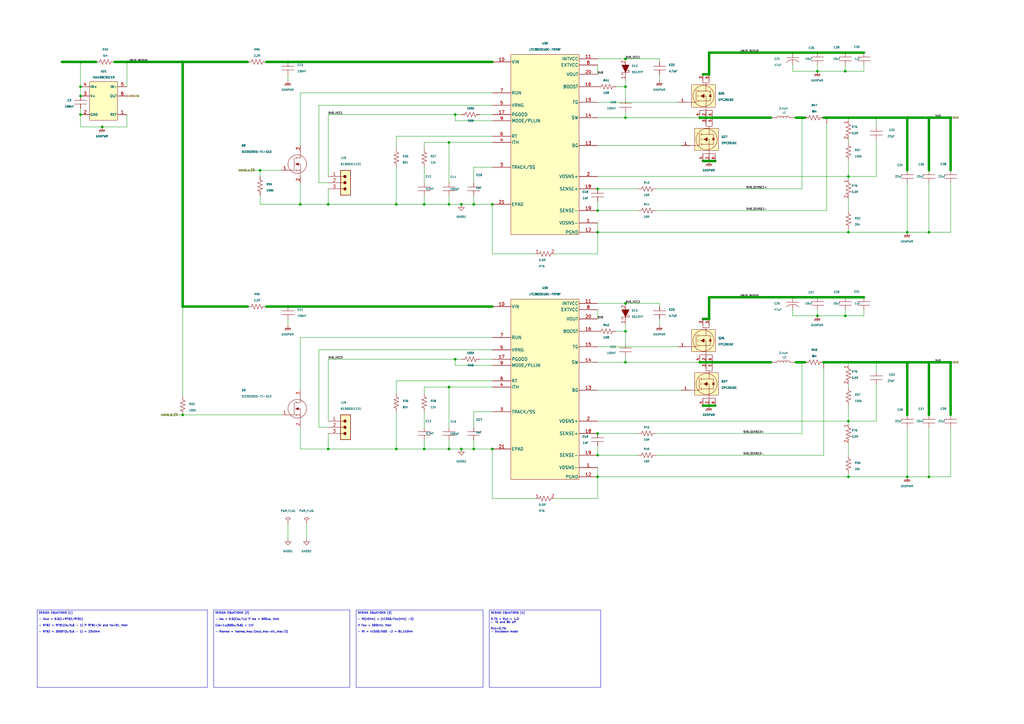
<source format=kicad_sch>
(kicad_sch (version 20230121) (generator eeschema)
  (paper "A3")
  (title_block (title "Reliability Enhanced Electrical Power System") (date "2023-08-03") (rev "v0.0") (comment 1 "Davi Figueiredo <figueiredo.davi7@gmail.com> ") (comment 2 "João C. E. Barcellos <joaoclaudiobarcellos@gmail.com>") (comment 3 "Laura Debastiani <laudebastiani@gmail.com>"))
  (junction (at 74.93 170.18))
  (junction (at 287.02 48.26))
  (junction (at 184.15 184.15))
  (junction (at 287.02 148.59))
  (junction (at 381 48.26))
  (junction (at 33.02 25.4))
  (junction (at 33.02 39.37))
  (junction (at 372.11 195.58))
  (junction (at 381 95.25))
  (junction (at 372.11 148.59))
  (junction (at 337.82 148.59))
  (junction (at 134.62 184.15))
  (junction (at 74.93 25.4))
  (junction (at 346.71 121.92))
  (junction (at 184.15 158.75))
  (junction (at 74.93 125.73))
  (junction (at 118.11 25.4))
  (junction (at 173.99 83.82))
  (junction (at 325.12 121.92))
  (junction (at 162.56 83.82))
  (junction (at 245.11 77.47))
  (junction (at 186.69 147.32))
  (junction (at 245.11 195.58))
  (junction (at 290.83 30.48))
  (junction (at 184.15 58.42))
  (junction (at 256.54 148.59))
  (junction (at 245.11 177.8))
  (junction (at 347.98 95.25))
  (junction (at 186.69 46.99))
  (junction (at 245.11 86.36))
  (junction (at 346.71 21.59))
  (junction (at 194.31 184.15))
  (junction (at 381 148.59))
  (junction (at 245.11 186.69))
  (junction (at 184.15 83.82))
  (junction (at 292.1 148.59))
  (junction (at 194.31 83.82))
  (junction (at 289.56 148.59))
  (junction (at 290.83 130.81))
  (junction (at 335.28 29.21))
  (junction (at 372.11 95.25))
  (junction (at 134.62 83.82))
  (junction (at 359.41 148.59))
  (junction (at 173.99 184.15))
  (junction (at 347.98 195.58))
  (junction (at 346.71 29.21))
  (junction (at 256.54 124.46))
  (junction (at 347.98 48.26))
  (junction (at 328.93 48.26))
  (junction (at 52.07 25.4))
  (junction (at 339.09 48.26))
  (junction (at 33.02 35.56))
  (junction (at 359.41 48.26))
  (junction (at 335.28 121.92))
  (junction (at 41.91 52.07))
  (junction (at 118.11 125.73))
  (junction (at 292.1 48.26))
  (junction (at 201.93 83.82))
  (junction (at 372.11 48.26))
  (junction (at 335.28 21.59))
  (junction (at 335.28 129.54))
  (junction (at 325.12 21.59))
  (junction (at 381 195.58))
  (junction (at 201.93 184.15))
  (junction (at 290.83 66.04))
  (junction (at 346.71 129.54))
  (junction (at 347.98 148.59))
  (junction (at 189.23 184.15))
  (junction (at 256.54 135.89))
  (junction (at 289.56 48.26))
  (junction (at 123.19 83.82))
  (junction (at 106.68 69.85))
  (junction (at 328.93 148.59))
  (junction (at 256.54 35.56))
  (junction (at 256.54 48.26))
  (junction (at 290.83 166.37))
  (junction (at 245.11 95.25))
  (junction (at 347.98 72.39))
  (junction (at 33.02 46.99))
  (junction (at 162.56 184.15))
  (junction (at 189.23 83.82))
  (junction (at 256.54 24.13))
  (junction (at 347.98 172.72))
  (wire (pts (xy 346.71 29.21) (xy 354.33 29.21)))
  (wire (pts (xy 245.11 82.55) (xy 245.11 86.36)))
  (wire (pts (xy 359.41 172.72) (xy 347.98 172.72)))
  (wire (pts (xy 290.83 166.37) (xy 293.37 166.37)) (stroke (width 1)))
  (wire (pts (xy 46.99 25.4) (xy 52.07 25.4)) (stroke (width 1)))
  (wire (pts (xy 52.07 52.07) (xy 52.07 46.99)))
  (wire (pts (xy 347.98 148.59) (xy 347.98 149.86)))
  (wire (pts (xy 335.28 121.92) (xy 346.71 121.92)) (stroke (width 1)))
  (wire (pts (xy 245.11 59.69) (xy 279.4 59.69)))
  (wire (pts (xy 201.93 55.88) (xy 162.56 55.88)))
  (wire (pts (xy 118.11 214.63) (xy 118.11 220.98)))
  (wire (pts (xy 245.11 160.02) (xy 279.4 160.02)))
  (wire (pts (xy 335.28 29.21) (xy 346.71 29.21)))
  (wire (pts (xy 337.82 148.59) (xy 347.98 148.59)) (stroke (width 1)))
  (wire (pts (xy 201.93 158.75) (xy 184.15 158.75)))
  (wire (pts (xy 245.11 95.25) (xy 347.98 95.25)))
  (wire (pts (xy 389.89 48.26) (xy 389.89 69.85)) (stroke (width 1)))
  (wire (pts (xy 287.02 48.26) (xy 289.56 48.26)) (stroke (width 1)))
  (wire (pts (xy 123.19 59.69) (xy 123.19 38.1)))
  (wire (pts (xy 354.33 26.67) (xy 354.33 29.21)))
  (wire (pts (xy 245.11 104.14) (xy 245.11 95.25)))
  (wire (pts (xy 256.54 133.35) (xy 256.54 135.89)))
  (wire (pts (xy 256.54 45.72) (xy 256.54 48.26)))
  (wire (pts (xy 33.02 35.56) (xy 33.02 39.37)))
  (wire (pts (xy 194.31 180.34) (xy 194.31 184.15)))
  (wire (pts (xy 33.02 25.4) (xy 39.37 25.4)) (stroke (width 1)))
  (wire (pts (xy 347.98 72.39) (xy 347.98 73.66)))
  (wire (pts (xy 25.4 25.4) (xy 33.02 25.4)) (stroke (width 1)))
  (wire (pts (xy 130.81 43.18) (xy 201.93 43.18)))
  (wire (pts (xy 346.71 26.67) (xy 346.71 29.21)))
  (wire (pts (xy 381 48.26) (xy 389.89 48.26)) (stroke (width 1)))
  (wire (pts (xy 74.93 125.73) (xy 101.6 125.73)) (stroke (width 1)))
  (wire (pts (xy 347.98 81.28) (xy 347.98 86.36)))
  (wire (pts (xy 335.28 21.59) (xy 346.71 21.59)) (stroke (width 1)))
  (wire (pts (xy 123.19 184.15) (xy 134.62 184.15)))
  (wire (pts (xy 173.99 184.15) (xy 184.15 184.15)))
  (wire (pts (xy 289.56 48.26) (xy 292.1 48.26)) (stroke (width 1)))
  (wire (pts (xy 184.15 158.75) (xy 173.99 158.75)))
  (wire (pts (xy 162.56 68.58) (xy 162.56 83.82)))
  (wire (pts (xy 227.33 104.14) (xy 245.11 104.14)))
  (wire (pts (xy 346.71 121.92) (xy 354.33 121.92)) (stroke (width 1)))
  (wire (pts (xy 186.69 46.99) (xy 189.23 46.99)))
  (wire (pts (xy 74.93 25.4) (xy 74.93 125.73)) (stroke (width 1)))
  (wire (pts (xy 118.11 25.4) (xy 201.93 25.4)) (stroke (width 1)))
  (wire (pts (xy 134.62 175.26) (xy 130.81 175.26)))
  (wire (pts (xy 134.62 46.99) (xy 186.69 46.99)))
  (wire (pts (xy 359.41 148.59) (xy 372.11 148.59)) (stroke (width 1)))
  (wire (pts (xy 381 69.85) (xy 381 48.26)) (stroke (width 1)))
  (wire (pts (xy 287.02 148.59) (xy 289.56 148.59)) (stroke (width 1)))
  (wire (pts (xy 162.56 55.88) (xy 162.56 60.96)))
  (wire (pts (xy 134.62 46.99) (xy 134.62 72.39)))
  (wire (pts (xy 292.1 148.59) (xy 316.23 148.59)) (stroke (width 1)))
  (wire (pts (xy 245.11 191.77) (xy 245.11 195.58)))
  (wire (pts (xy 325.12 26.67) (xy 325.12 29.21)))
  (wire (pts (xy 256.54 124.46) (xy 270.51 124.46)))
  (wire (pts (xy 347.98 195.58) (xy 372.11 195.58)))
  (wire (pts (xy 325.12 121.92) (xy 335.28 121.92)) (stroke (width 1)))
  (wire (pts (xy 270.51 25.4) (xy 270.51 24.13)))
  (wire (pts (xy 184.15 180.34) (xy 184.15 184.15)))
  (wire (pts (xy 256.54 146.05) (xy 256.54 148.59)))
  (wire (pts (xy 162.56 168.91) (xy 162.56 184.15)))
  (wire (pts (xy 326.39 148.59) (xy 328.93 148.59)) (stroke (width 1)))
  (wire (pts (xy 245.11 186.69) (xy 261.62 186.69)))
  (wire (pts (xy 270.51 130.81) (xy 270.51 133.35)))
  (wire (pts (xy 245.11 77.47) (xy 261.62 77.47)))
  (wire (pts (xy 173.99 58.42) (xy 173.99 60.96)))
  (wire (pts (xy 97.79 69.85) (xy 106.68 69.85)))
  (wire (pts (xy 245.11 142.24) (xy 278.13 142.24)))
  (wire (pts (xy 325.12 127) (xy 325.12 129.54)))
  (wire (pts (xy 201.93 204.47) (xy 201.93 184.15)))
  (wire (pts (xy 184.15 58.42) (xy 173.99 58.42)))
  (wire (pts (xy 245.11 26.67) (xy 245.11 30.48)))
  (wire (pts (xy 123.19 74.93) (xy 123.19 83.82)))
  (wire (pts (xy 184.15 184.15) (xy 189.23 184.15)))
  (wire (pts (xy 347.98 95.25) (xy 372.11 95.25)))
  (wire (pts (xy 134.62 147.32) (xy 186.69 147.32)))
  (wire (pts (xy 245.11 72.39) (xy 347.98 72.39)))
  (wire (pts (xy 245.11 124.46) (xy 256.54 124.46)))
  (wire (pts (xy 106.68 69.85) (xy 115.57 69.85)))
  (wire (pts (xy 41.91 52.07) (xy 52.07 52.07)))
  (wire (pts (xy 189.23 83.82) (xy 194.31 83.82)))
  (wire (pts (xy 288.29 130.81) (xy 290.83 130.81)) (stroke (width 1)))
  (wire (pts (xy 325.12 29.21) (xy 335.28 29.21)))
  (wire (pts (xy 118.11 130.81) (xy 118.11 133.35)))
  (wire (pts (xy 186.69 149.86) (xy 186.69 147.32)))
  (wire (pts (xy 290.83 66.04) (xy 293.37 66.04)) (stroke (width 1)))
  (wire (pts (xy 290.83 30.48) (xy 290.83 21.59)) (stroke (width 1)))
  (wire (pts (xy 347.98 172.72) (xy 347.98 173.99)))
  (wire (pts (xy 359.41 148.59) (xy 359.41 152.4)))
  (wire (pts (xy 194.31 184.15) (xy 201.93 184.15)))
  (wire (pts (xy 196.85 46.99) (xy 201.93 46.99)))
  (wire (pts (xy 381 74.93) (xy 381 95.25)))
  (wire (pts (xy 130.81 143.51) (xy 130.81 175.26)))
  (wire (pts (xy 269.24 186.69) (xy 337.82 186.69)))
  (wire (pts (xy 173.99 180.34) (xy 173.99 184.15)))
  (wire (pts (xy 186.69 147.32) (xy 189.23 147.32)))
  (wire (pts (xy 184.15 80.01) (xy 184.15 83.82)))
  (wire (pts (xy 184.15 58.42) (xy 184.15 74.93)))
  (wire (pts (xy 372.11 48.26) (xy 372.11 69.85)) (stroke (width 1)))
  (wire (pts (xy 245.11 24.13) (xy 256.54 24.13)))
  (wire (pts (xy 359.41 48.26) (xy 372.11 48.26)) (stroke (width 1)))
  (wire (pts (xy 33.02 25.4) (xy 33.02 35.56)))
  (wire (pts (xy 33.02 52.07) (xy 41.91 52.07)))
  (wire (pts (xy 347.98 48.26) (xy 347.98 49.53)))
  (wire (pts (xy 269.24 77.47) (xy 328.93 77.47)))
  (wire (pts (xy 123.19 83.82) (xy 134.62 83.82)))
  (wire (pts (xy 184.15 83.82) (xy 189.23 83.82)))
  (wire (pts (xy 389.89 175.26) (xy 389.89 195.58)))
  (wire (pts (xy 74.93 125.73) (xy 74.93 162.56)))
  (wire (pts (xy 109.22 125.73) (xy 118.11 125.73)) (stroke (width 1)))
  (wire (pts (xy 256.54 148.59) (xy 287.02 148.59)))
  (wire (pts (xy 219.71 204.47) (xy 201.93 204.47)))
  (wire (pts (xy 194.31 68.58) (xy 201.93 68.58)))
  (wire (pts (xy 134.62 77.47) (xy 134.62 83.82)))
  (wire (pts (xy 381 95.25) (xy 389.89 95.25)))
  (wire (pts (xy 328.93 177.8) (xy 328.93 148.59)))
  (wire (pts (xy 288.29 166.37) (xy 290.83 166.37)) (stroke (width 1)))
  (wire (pts (xy 372.11 148.59) (xy 381 148.59)) (stroke (width 1)))
  (wire (pts (xy 359.41 72.39) (xy 347.98 72.39)))
  (wire (pts (xy 201.93 156.21) (xy 162.56 156.21)))
  (wire (pts (xy 290.83 121.92) (xy 325.12 121.92)) (stroke (width 1)))
  (wire (pts (xy 106.68 83.82) (xy 123.19 83.82)))
  (wire (pts (xy 372.11 95.25) (xy 381 95.25)))
  (wire (pts (xy 372.11 195.58) (xy 381 195.58)))
  (wire (pts (xy 118.11 30.48) (xy 118.11 33.02)))
  (wire (pts (xy 335.28 129.54) (xy 346.71 129.54)))
  (wire (pts (xy 66.04 170.18) (xy 74.93 170.18)))
  (wire (pts (xy 186.69 49.53) (xy 186.69 46.99)))
  (wire (pts (xy 288.29 66.04) (xy 290.83 66.04)) (stroke (width 1)))
  (wire (pts (xy 270.51 30.48) (xy 270.51 33.02)))
  (wire (pts (xy 245.11 86.36) (xy 261.62 86.36)))
  (wire (pts (xy 245.11 91.44) (xy 245.11 95.25)))
  (wire (pts (xy 123.19 175.26) (xy 123.19 184.15)))
  (wire (pts (xy 162.56 184.15) (xy 173.99 184.15)))
  (wire (pts (xy 328.93 48.26) (xy 330.2 48.26)) (stroke (width 1)))
  (wire (pts (xy 219.71 104.14) (xy 201.93 104.14)))
  (wire (pts (xy 347.98 166.37) (xy 347.98 172.72)))
  (wire (pts (xy 256.54 48.26) (xy 287.02 48.26)))
  (wire (pts (xy 123.19 138.43) (xy 201.93 138.43)))
  (wire (pts (xy 381 195.58) (xy 389.89 195.58)))
  (wire (pts (xy 52.07 25.4) (xy 52.07 35.56)))
  (wire (pts (xy 130.81 43.18) (xy 130.81 74.93)))
  (wire (pts (xy 130.81 143.51) (xy 201.93 143.51)))
  (wire (pts (xy 292.1 48.26) (xy 316.23 48.26)) (stroke (width 1)))
  (wire (pts (xy 196.85 147.32) (xy 201.93 147.32)))
  (wire (pts (xy 245.11 48.26) (xy 256.54 48.26)))
  (wire (pts (xy 335.28 26.67) (xy 335.28 29.21)))
  (wire (pts (xy 33.02 46.99) (xy 33.02 52.07)))
  (wire (pts (xy 328.93 77.47) (xy 328.93 48.26)))
  (wire (pts (xy 337.82 48.26) (xy 339.09 48.26)) (stroke (width 1)))
  (wire (pts (xy 347.98 48.26) (xy 359.41 48.26)) (stroke (width 1)))
  (wire (pts (xy 347.98 57.15) (xy 347.98 58.42)))
  (wire (pts (xy 256.54 35.56) (xy 256.54 40.64)))
  (wire (pts (xy 245.11 127) (xy 245.11 130.81)))
  (wire (pts (xy 335.28 127) (xy 335.28 129.54)))
  (wire (pts (xy 173.99 83.82) (xy 184.15 83.82)))
  (wire (pts (xy 269.24 177.8) (xy 328.93 177.8)))
  (wire (pts (xy 245.11 177.8) (xy 261.62 177.8)))
  (wire (pts (xy 52.07 25.4) (xy 74.93 25.4)) (stroke (width 1)))
  (wire (pts (xy 245.11 41.91) (xy 278.13 41.91)))
  (wire (pts (xy 325.12 21.59) (xy 335.28 21.59)) (stroke (width 1)))
  (wire (pts (xy 74.93 170.18) (xy 115.57 170.18)))
  (wire (pts (xy 256.54 33.02) (xy 256.54 35.56)))
  (wire (pts (xy 194.31 74.93) (xy 194.31 68.58)))
  (wire (pts (xy 123.19 38.1) (xy 201.93 38.1)))
  (wire (pts (xy 134.62 147.32) (xy 134.62 172.72)))
  (wire (pts (xy 106.68 69.85) (xy 106.68 72.39)))
  (wire (pts (xy 252.73 135.89) (xy 256.54 135.89)))
  (wire (pts (xy 194.31 83.82) (xy 201.93 83.82)))
  (wire (pts (xy 109.22 25.4) (xy 118.11 25.4)) (stroke (width 1)))
  (wire (pts (xy 325.12 129.54) (xy 335.28 129.54)))
  (wire (pts (xy 347.98 93.98) (xy 347.98 95.25)))
  (wire (pts (xy 347.98 148.59) (xy 359.41 148.59)) (stroke (width 1)))
  (wire (pts (xy 162.56 156.21) (xy 162.56 161.29)))
  (wire (pts (xy 245.11 148.59) (xy 256.54 148.59)))
  (wire (pts (xy 290.83 21.59) (xy 325.12 21.59)) (stroke (width 1)))
  (wire (pts (xy 173.99 158.75) (xy 173.99 161.29)))
  (wire (pts (xy 173.99 68.58) (xy 173.99 74.93)))
  (wire (pts (xy 381 175.26) (xy 381 195.58)))
  (wire (pts (xy 162.56 83.82) (xy 173.99 83.82)))
  (wire (pts (xy 289.56 148.59) (xy 292.1 148.59)) (stroke (width 1)))
  (wire (pts (xy 125.73 214.63) (xy 125.73 220.98)))
  (wire (pts (xy 347.98 181.61) (xy 347.98 186.69)))
  (wire (pts (xy 337.82 151.13) (xy 337.82 186.69)))
  (wire (pts (xy 118.11 125.73) (xy 201.93 125.73)) (stroke (width 1)))
  (wire (pts (xy 290.83 130.81) (xy 290.83 121.92)) (stroke (width 1)))
  (wire (pts (xy 194.31 168.91) (xy 201.93 168.91)))
  (wire (pts (xy 359.41 157.48) (xy 359.41 172.72)))
  (wire (pts (xy 270.51 125.73) (xy 270.51 124.46)))
  (wire (pts (xy 245.11 204.47) (xy 245.11 195.58)))
  (wire (pts (xy 389.89 148.59) (xy 389.89 170.18)) (stroke (width 1)))
  (wire (pts (xy 245.11 182.88) (xy 245.11 186.69)))
  (wire (pts (xy 359.41 57.15) (xy 359.41 72.39)))
  (wire (pts (xy 326.39 48.26) (xy 328.93 48.26)) (stroke (width 1)))
  (wire (pts (xy 372.11 175.26) (xy 372.11 195.58)))
  (wire (pts (xy 184.15 158.75) (xy 184.15 175.26)))
  (wire (pts (xy 354.33 127) (xy 354.33 129.54)))
  (wire (pts (xy 339.09 50.8) (xy 339.09 86.36)))
  (wire (pts (xy 372.11 74.93) (xy 372.11 95.25)))
  (wire (pts (xy 245.11 195.58) (xy 347.98 195.58)))
  (wire (pts (xy 134.62 177.8) (xy 134.62 184.15)))
  (wire (pts (xy 227.33 204.47) (xy 245.11 204.47)))
  (wire (pts (xy 134.62 74.93) (xy 130.81 74.93)))
  (wire (pts (xy 346.71 127) (xy 346.71 129.54)))
  (wire (pts (xy 288.29 30.48) (xy 290.83 30.48)) (stroke (width 1)))
  (wire (pts (xy 194.31 80.01) (xy 194.31 83.82)))
  (wire (pts (xy 134.62 83.82) (xy 162.56 83.82)))
  (wire (pts (xy 269.24 86.36) (xy 339.09 86.36)))
  (wire (pts (xy 381 170.18) (xy 381 148.59)) (stroke (width 1)))
  (wire (pts (xy 201.93 49.53) (xy 186.69 49.53)))
  (wire (pts (xy 134.62 184.15) (xy 162.56 184.15)))
  (wire (pts (xy 339.09 48.26) (xy 347.98 48.26)) (stroke (width 1)))
  (wire (pts (xy 328.93 148.59) (xy 330.2 148.59)) (stroke (width 1)))
  (wire (pts (xy 201.93 58.42) (xy 184.15 58.42)))
  (wire (pts (xy 33.02 44.45) (xy 33.02 46.99)))
  (wire (pts (xy 381 148.59) (xy 389.89 148.59)) (stroke (width 1)))
  (wire (pts (xy 346.71 129.54) (xy 354.33 129.54)))
  (wire (pts (xy 359.41 48.26) (xy 359.41 52.07)))
  (wire (pts (xy 201.93 149.86) (xy 186.69 149.86)))
  (wire (pts (xy 256.54 135.89) (xy 256.54 140.97)))
  (wire (pts (xy 372.11 148.59) (xy 372.11 170.18)) (stroke (width 1)))
  (wire (pts (xy 189.23 184.15) (xy 194.31 184.15)))
  (wire (pts (xy 201.93 104.14) (xy 201.93 83.82)))
  (wire (pts (xy 252.73 35.56) (xy 256.54 35.56)))
  (wire (pts (xy 389.89 74.93) (xy 389.89 95.25)))
  (wire (pts (xy 372.11 48.26) (xy 381 48.26)) (stroke (width 1)))
  (wire (pts (xy 106.68 80.01) (xy 106.68 83.82)))
  (wire (pts (xy 245.11 172.72) (xy 347.98 172.72)))
  (wire (pts (xy 173.99 168.91) (xy 173.99 175.26)))
  (wire (pts (xy 256.54 24.13) (xy 270.51 24.13)))
  (wire (pts (xy 173.99 80.01) (xy 173.99 83.82)))
  (wire (pts (xy 347.98 66.04) (xy 347.98 72.39)))
  (wire (pts (xy 347.98 194.31) (xy 347.98 195.58)))
  (wire (pts (xy 347.98 157.48) (xy 347.98 158.75)))
  (wire (pts (xy 123.19 160.02) (xy 123.19 138.43)))
  (wire (pts (xy 346.71 21.59) (xy 354.33 21.59)) (stroke (width 1)))
  (wire (pts (xy 194.31 175.26) (xy 194.31 168.91)))
  (wire (pts (xy 74.93 25.4) (xy 101.6 25.4)) (stroke (width 1)))
  (text_box "DESIGN EQUATIONS [3] \n\n- Rt[kOhm] = (41550/Fsw[kHz] -2) \n\nif Fsw = 500kHz, then \n\n- Rt = 41550/500 -2 = 81.1kOhm \n" (at 146.05 250.19 0) (size 52.07 31.75) (effects (font (size 0.8 0.8)) (justify left top)))
  (text_box "DESIGN EQUATIONS [2] \n\n- tss = 0.6(Css/1u) if tss = 600us, then \n\nCss=1u(600u/0.6) = 1nF \n\n- Rsense = Vsense_max/(Iout_max-dIL_max/2) \n" (at 87.63 250.19 0) (size 55.88 31.75) (effects (font (size 0.8 0.8)) (justify left top)))
  (text_box "DESIGN EQUATIONS [1] \n\n- Vout = 0.6(1+RFB2/RFB1) \n\n- RFB2 = RFB1(Vo/0.6 - 1) if RFB1=3k and Vo=5V, then \n\n- RFB2 = 3000*(5/0.6 - 1) = 22kOhm " (at 15.24 250.19 0) (size 69.85 31.75) (effects (font (size 0.8 0.8)) (justify left top)))
  (text_box "DESIGN EQUATIONS [4] \n\n0.75 < Run < 1.2: \n- TG and BG off \n\nRun<0.75: \n- Shutdown mode \n" (at 200.66 250.19 0) (size 45.72 31.75) (effects (font (size 0.8 0.8)) (justify left top)))
  (label "5V0_SENSE2+" (at 304.8 177.8 0) (effects (font (size 0.8 0.8))))
  (label "5V0" (at 383.54 48.26 0) (effects (font (size 0.8 0.8))))
  (label "5V0" (at 245.11 130.81 0) (effects (font (size 0.8 0.8))))
  (label "5V0_VCC2" (at 134.62 147.32 0) (effects (font (size 0.8 0.8))))
  (label "5V0_SENSE1-" (at 306.07 86.36 0) (effects (font (size 0.8 0.8))))
  (label "5V0_SENSE2-" (at 304.8 186.69 0) (effects (font (size 0.8 0.8))))
  (label "5V0" (at 245.11 30.48 0) (effects (font (size 0.8 0.8))))
  (label "5V0_VCC1" (at 134.62 46.99 0) (effects (font (size 0.8 0.8))))
  (label "5V0_SENSE1+" (at 306.07 77.47 0) (effects (font (size 0.8 0.8))))
  (label "5V0" (at 383.54 148.59 0) (effects (font (size 0.8 0.8))))
  (label "VBUS_BK5V0" (at 52.832 25.4 0) (effects (font (size 0.8 0.8))))
  (label "VBUS_BK5V0" (at 303.53 21.59 0) (effects (font (size 0.8 0.8))))
  (label "5V0_VCC2" (at 256.54 124.46 0) (effects (font (size 0.8 0.8))))
  (label "5V0_VCC1" (at 256.54 24.13 0) (effects (font (size 0.8 0.8))))
  (label "VBUS_BK5V0" (at 303.53 121.92 0) (effects (font (size 0.8 0.8))))
  (hierarchical_label "AMUX6" (shape output) (at 52.07 39.37 0) (effects (font (size 0.8 0.8))))
  (hierarchical_label "5V0" (shape output) (at 389.89 48.26 0) (effects (font (size 0.8 0.8))))
  (hierarchical_label "5V0_A_~{EN}" (shape input) (at 97.79 69.85 0) (effects (font (size 0.8 0.8))))
  (hierarchical_label "VBUS" (shape input) (at 25.4 25.4 0) (effects (font (size 0.8 0.8))))
  (hierarchical_label "5V0" (shape output) (at 389.89 148.59 0) (effects (font (size 0.8 0.8))))
  (hierarchical_label "5V0_B_~{EN}" (shape input) (at 66.04 170.18 0) (effects (font (size 0.8 0.8))))
  (symbol (lib_id "GCM32ER71C226KE19L:GCM32ER71C226KE19L") (at 372.11 170.18 0) (unit 1)
    (property "Reference" "C35" (at 367.9444 168.0464 0) (effects (font (size 0.8 0.8)) (justify left)))
    (property "Value" "22uF" (at 367.03 172.72 0) (effects (font (size 0.8 0.8)) (justify left)))
    (property "Footprint" "footprints:GCM32ER71C226KE19L" (effects hide))
    (property "Datasheet" "https://www.murata.com/en-us/products/productdetail?partno=GCM32ER71C226KE19%23" (effects hide))
    (property "automotive" "Yes" (effects hide))
    (property "automotive grade" "Grade 1" (effects hide))
    (property "capacitance" "22uF" (effects hide))
    (property "category" "Cap" (effects hide))
    (property "device class L1" "Passive Components" (effects hide))
    (property "device class L2" "Capacitors" (effects hide))
    (property "device class L3" "Ceramic Capacitors" (effects hide))
    (property "digikey description" "Cap Ceramic 22pF 50V X7R 10% SMD 0603 125°C Punched Paper T/R" (effects hide))
    (property "digikey part number" "399-13715-2-ND" (effects hide))
    (property "height" "2.7mm" (effects hide))
    (property "lead free" "Yes" (effects hide))
    (property "library id" "c3f1d06b93fd8ef7" (effects hide))
    (property "manufacturer" "Murata" (effects hide))
    (property "material" "Ceramic" (effects hide))
    (property "mouser description" "Cap Ceramic 22pF 50V X7R 10% SMD 0603 125°C Punched Paper T/R" (effects hide))
    (property "mouser part number" "80-C0603C220K5RAUTO" (effects hide))
    (property "package" "1210" (effects hide))
    (property "rohs" "Yes" (effects hide))
    (property "temperature characteristic" "X7R" (effects hide))
    (property "temperature coefficient" "15%" (effects hide))
    (property "temperature range high" "+125°C" (effects hide))
    (property "temperature range low" "-55°C" (effects hide))
    (property "tolerance" "10%" (effects hide))
    (property "voltage rating" "16V" (effects hide))
    (property "ipc land pattern name" "CAPC320250X250" (effects hide))
    (instances (project "eps-re_project" (path "" (reference "C35") (unit 1)) (path "" (reference "C35") (unit 1))) (project "5V0_LoadConverter" (path "" (reference "C13") (unit 1))) (project "5V0_LoadConverter" (path "" (reference "C27") (unit 1))))
  )
  (symbol (lib_id "WSL20108L000FEA18:WSL20108L000FEA18") (at 340.36 48.26 180) (unit 1)
    (property "Reference" "R47" (at 334.01 43.18 0) (effects (font (size 0.8 0.8))))
    (property "Value" "8m" (at 334.01 45.72 0) (effects (font (size 0.8 0.8))))
    (property "Footprint" "footprints:WSL20108L000FEA18" (effects hide))
    (property "Datasheet" "WSL20108L000FEA18" (effects hide))
    (instances (project "eps-re_project" (path "" (reference "R47") (unit 1)) (path "" (reference "R48") (unit 1))) (project "5V0_LoadConverter" (path "" (reference "R7") (unit 1))) (project "5V0_LoadConverter" (path "" (reference "R19") (unit 1))))
  )
  (symbol (lib_id "INA199C3DCKR:INA199xxDCK") (at 20.32 54.61 0) (unit 1)
    (property "Reference" "U21" (at 42.545 29.21 0) (effects (font (size 0.8 0.8))))
    (property "Value" "INA199C3DCKR" (at 42.545 31.75 0) (effects (font (size 0.8 0.8))))
    (property "Footprint" "Package_TO_SOT_SMD:SOT-363_SC-70-6" (effects hide))
    (property "Datasheet" "http://www.ti.com/lit/ds/symlink/ina199.pdf" (effects hide))
    (instances (project "eps-re_project" (path "" (reference "U21") (unit 1)) (path "" (reference "U22") (unit 1))))
  )
  (symbol (lib_id "LTC3833EUDC#TRPBF:LTC3833EUDC-TRPBF") (at 196.85 128.27 0) (unit 1)
    (property "Reference" "U30" (at 223.52 118.11 0) (effects (font (size 0.8 0.8))))
    (property "Value" "LTC3833EUDC-TRPBF" (at 223.52 120.65 0) (effects (font (size 0.8 0.8))))
    (property "Footprint" "footprints:LTC3833EUDC#TRPBF" (effects hide))
    (property "Datasheet" "https://www.analog.com/media/en/technical-documentation/data-sheets/3833f.pdf" (effects hide))
    (instances (project "eps-re_project" (path "" (reference "U30") (unit 1)) (path "" (reference "U26") (unit 1))))
  )
  (symbol (lib_id "744325240:744325240") (at 308.61 48.26 0) (unit 1)
    (property "Reference" "L1" (at 321.6656 46.1772 0) (effects (font (size 0.8 0.8))))
    (property "Value" "2.4uH" (at 321.31 44.45 0) (effects (font (size 0.8 0.8))))
    (property "Footprint" "footprints:744325240" (effects hide))
    (property "Mouser Part Number" "710-744325240" (effects hide))
    (property "Mouser Price/Stock" "https://www.mouser.co.uk/ProductDetail/Wurth-Elektronik/744325240?qs=rS3zZhy2AQMrPYR9dqBgsw%3D%3D" (effects hide))
    (property "Manufacturer_Name" "Wurth Elektronik" (effects hide))
    (property "Manufacturer_Part_Number" "744325240" (effects hide))
    (instances (project "eps-re_project" (path "" (reference "L1") (unit 1)) (path "" (reference "L8") (unit 1))) (project "5V0_LoadConverter" (path "" (reference "L1") (unit 1))) (project "5V0_LoadConverter" (path "" (reference "L2") (unit 1))))
  )
  (symbol (lib_id "C0603C104K5RACTU:C0603C104K5RACTU") (at 33.02 39.37 0) (unit 1)
    (property "Reference" "C3" (at 28.448 41.148 0) (effects (font (size 0.8 0.8))))
    (property "Value" "100nF" (at 28.448 43.688 0) (effects (font (size 0.8 0.8))))
    (property "Footprint" "footprints:C0603C104K5RACTU" (effects hide))
    (property "Datasheet" "https://api.kemet.com/component-edge/download/datasheet/C0603C100J5GACAUTO.pdf" (effects hide))
    (property "automotive" "Yes" (effects hide))
    (property "automotive grade" "Grade 1" (effects hide))
    (property "capacitance" "0.10 μF" (effects hide))
    (property "category" "Cap" (effects hide))
    (property "device class L1" "Passive Components" (effects hide))
    (property "device class L2" "Capacitors" (effects hide))
    (property "device class L3" "Ceramic Capacitors" (effects hide))
    (property "digikey description" "CAP CER 0.1UF 50V X7R 0603" (effects hide))
    (property "digikey part number" "399-5089-2-ND" (effects hide))
    (property "height" "0.87mm" (effects hide))
    (property "lead free" "Yes" (effects hide))
    (property "library id" "73022d3323b2b2b8" (effects hide))
    (property "manufacturer" "KEMET" (effects hide))
    (property "material" "Ceramic" (effects hide))
    (property "mouser part number" "80-C0603C104K5R7867" (effects hide))
    (property "package" "0603" (effects hide))
    (property "rohs" "Yes" (effects hide))
    (property "temperature characteristic" "X7R" (effects hide))
    (property "temperature coefficient" "30ppm/°C" (effects hide))
    (property "temperature range high" "+125°C" (effects hide))
    (property "temperature range low" "-55°C" (effects hide))
    (property "tolerance" "0.1" (effects hide))
    (property "voltage rating" "50 V" (effects hide))
    (instances (project "eps-re_project" (path "" (reference "C3") (unit 1)) (path "" (reference "C6") (unit 1)) (path "" (reference "C9") (unit 1))) (project "EPS Analogico" (path "" (reference "C1") (unit 1))))
  )
  (symbol (lib_id "T495X476K035ATE300:T495X476K035ATE300") (at 325.12 21.59 0) (unit 1)
    (property "Reference" "C24" (at 317.5 24.13 0) (effects (font (size 0.8 0.8)) (justify left)))
    (property "Value" "47uF" (at 317.5 26.67 0) (effects (font (size 0.8 0.8)) (justify left)))
    (property "Footprint" "footprints:T495X476K035ATE300" (effects hide))
    (property "Datasheet" "https://content.kemet.com/datasheets/KEM_T2009_T495.pdf" (effects hide))
    (property "automotive" "No" (effects hide))
    (property "capacitance" "47uF" (effects hide))
    (property "category" "Cap" (effects hide))
    (property "device class L1" "Passive Components" (effects hide))
    (property "device class L2" "Capacitors" (effects hide))
    (property "device class L3" "Tantalum Capacitors" (effects hide))
    (property "digikey description" "CAP TANT 47UF 10% 35V 2917" (effects hide))
    (property "digikey part number" "399-3905-1-ND" (effects hide))
    (property "dissipation factor" "8%" (effects hide))
    (property "esr" "300mΩ" (effects hide))
    (property "height" "4.3mm" (effects hide))
    (property "lead free" "Yes" (effects hide))
    (property "leakage current" "16.5uA" (effects hide))
    (property "library id" "9f2f9997282f5b7d" (effects hide))
    (property "life" "2000Hours" (effects hide))
    (property "manufacturer" "Kemet" (effects hide))
    (property "material" "Tantalum" (effects hide))
    (property "mouser description" "Tantalum Capacitors - Solid SMD 35volts 47uF 10% ESR=300mOhms" (effects hide))
    (property "mouser part number" "80-T495X476K35ATE300" (effects hide))
    (property "package" "2917" (effects hide))
    (property "ripple current" "742mA" (effects hide))
    (property "rohs" "Yes" (effects hide))
    (property "standoff height" "0mm" (effects hide))
    (property "temperature range high" "+125°C" (effects hide))
    (property "temperature range low" "-55°C" (effects hide))
    (property "tolerance" "10%" (effects hide))
    (property "voltage rating" "35V" (effects hide))
    (instances (project "eps-re_project" (path "" (reference "C24") (unit 1)) (path "" (reference "C25") (unit 1))))
  )
  (symbol (lib_id "JUMPER:JUMPER") (at 339.09 49.53 90) (unit 1)
    (property "Reference" "JP2" (effects hide))
    (property "Value" "SolderJumper_2_Bridged" (effects hide))
    (property "Footprint" "footprints:Jumper" (effects hide))
  )
  (symbol (lib_id "GCM32ER71C226KE19L:GCM32ER71C226KE19L") (at 372.11 69.85 0) (unit 1)
    (property "Reference" "C34" (at 367.9444 67.7164 0) (effects (font (size 0.8 0.8)) (justify left)))
    (property "Value" "22uF" (at 367.03 72.39 0) (effects (font (size 0.8 0.8)) (justify left)))
    (property "Footprint" "footprints:GCM32ER71C226KE19L" (effects hide))
    (property "Datasheet" "https://www.murata.com/en-us/products/productdetail?partno=GCM32ER71C226KE19%23" (effects hide))
    (property "automotive" "Yes" (effects hide))
    (property "automotive grade" "Grade 1" (effects hide))
    (property "capacitance" "22uF" (effects hide))
    (property "category" "Cap" (effects hide))
    (property "device class L1" "Passive Components" (effects hide))
    (property "device class L2" "Capacitors" (effects hide))
    (property "device class L3" "Ceramic Capacitors" (effects hide))
    (property "digikey description" "Cap Ceramic 22pF 50V X7R 10% SMD 0603 125°C Punched Paper T/R" (effects hide))
    (property "digikey part number" "399-13715-2-ND" (effects hide))
    (property "height" "2.7mm" (effects hide))
    (property "lead free" "Yes" (effects hide))
    (property "library id" "c3f1d06b93fd8ef7" (effects hide))
    (property "manufacturer" "Murata" (effects hide))
    (property "material" "Ceramic" (effects hide))
    (property "mouser description" "Cap Ceramic 22pF 50V X7R 10% SMD 0603 125°C Punched Paper T/R" (effects hide))
    (property "mouser part number" "80-C0603C220K5RAUTO" (effects hide))
    (property "package" "1210" (effects hide))
    (property "rohs" "Yes" (effects hide))
    (property "temperature characteristic" "X7R" (effects hide))
    (property "temperature coefficient" "15%" (effects hide))
    (property "temperature range high" "+125°C" (effects hide))
    (property "temperature range low" "-55°C" (effects hide))
    (property "tolerance" "10%" (effects hide))
    (property "voltage rating" "16V" (effects hide))
    (property "ipc land pattern name" "CAPC320250X250" (effects hide))
    (instances (project "eps-re_project" (path "" (reference "C34") (unit 1)) (path "" (reference "C35") (unit 1))) (project "5V0_LoadConverter" (path "" (reference "C13") (unit 1))) (project "5V0_LoadConverter" (path "" (reference "C27") (unit 1))))
  )
  (symbol (lib_id "power:GNDPWR") (at 372.11 95.25 0) (unit 1)
    (property "Reference" "#PWR067" (effects hide))
    (property "Value" "GNDPWR" (at 371.983 99.06 0) (effects (font (size 0.8 0.8))))
  )
  (symbol (lib_id "power:GNDPWR") (at 290.83 66.04 0) (unit 1)
    (property "Reference" "#PWR062" (effects hide))
    (property "Value" "GNDPWR" (at 290.703 69.85 0) (effects (font (size 0.8 0.8))))
  )
  (symbol (lib_id "C0603C102F3GACTU:C0603C102F3GACTU") (at 194.31 74.93 0) (unit 1)
    (property "Reference" "C16" (at 195.326 71.7804 0) (effects (font (size 0.8 0.8)) (justify left)))
    (property "Value" "1nF" (at 195.2244 77.0636 0) (effects (font (size 0.8 0.8)) (justify left)))
    (property "Footprint" "footprints:C0603C102F3GACTU" (effects hide))
    (property "Datasheet" "https://api.kemet.com/component-edge/download/datasheet/C0603C100J5GACAUTO.pdf" (effects hide))
    (property "automotive" "Yes" (effects hide))
    (property "automotive grade" "Grade 1" (effects hide))
    (property "capacitance" "1,000 pF" (effects hide))
    (property "category" "Cap" (effects hide))
    (property "device class L1" "Passive Components" (effects hide))
    (property "device class L2" "Capacitors" (effects hide))
    (property "device class L3" "Ceramic Capacitors" (effects hide))
    (property "digikey description" "CAP CER 1000PF 25V 1% NP0 0603" (effects hide))
    (property "digikey part number" "C0603C102F3GACTU-ND" (effects hide))
    (property "height" "0.87mm" (effects hide))
    (property "lead free" "Yes" (effects hide))
    (property "library id" "46f08c8db7ea7e1d" (effects hide))
    (property "manufacturer" "KEMET" (effects hide))
    (property "material" "Ceramic" (effects hide))
    (property "mouser description" "Capacitor, Ceramic, 1Nf, 25Vdc, 1-% Tol, 1+% Tol, C0g-Tc Code, -30, 30Ppm-Tc" (effects hide))
    (property "mouser part number" "80-C0603C102F3G" (effects hide))
    (property "package" "0603" (effects hide))
    (property "rohs" "Yes" (effects hide))
    (property "temperature characteristic" "C0G" (effects hide))
    (property "temperature coefficient" "30ppm/°C" (effects hide))
    (property "temperature range high" "+125°C" (effects hide))
    (property "temperature range low" "-55°C" (effects hide))
    (property "tolerance" "0.01" (effects hide))
    (property "voltage rating" "25 V" (effects hide))
    (instances (project "eps-re_project" (path "" (reference "C16") (unit 1)) (path "" (reference "C17") (unit 1))) (project "5V0_LoadConverter" (path "" (reference "C3") (unit 1))) (project "5V0_LoadConverter" (path "" (reference "C9") (unit 1))))
  )
  (symbol (lib_id "C1210C106K5RACTU:C1210C106K5RACTU") (at 335.28 21.59 0) (unit 1)
    (property "Reference" "C26" (at 331.5716 19.6596 0) (effects (font (size 0.8 0.8)) (justify left)))
    (property "Value" "10uF" (at 330.2 24.13 0) (effects (font (size 0.8 0.8)) (justify left)))
    (property "Footprint" "footprints:C1210C106K5RACTU" (effects hide))
    (property "Datasheet" "https://content.kemet.com/datasheets/KEM_C1002_X7R_SMD.pdf" (effects hide))
    (property "automotive" "No" (effects hide))
    (property "capacitance" "10uF" (effects hide))
    (property "category" "Cap" (effects hide))
    (property "device class L1" "Passive Components" (effects hide))
    (property "device class L2" "Capacitors" (effects hide))
    (property "device class L3" "Ceramic Capacitors" (effects hide))
    (property "digikey description" "CAP CER 10UF 50V X7R 1210" (effects hide))
    (property "digikey part number" "399-11629-1-ND" (effects hide))
    (property "height" "2.8mm" (effects hide))
    (property "ipc land pattern name" "CAPC320250X250" (effects hide))
    (property "lead free" "Yes" (effects hide))
    (property "library id" "80b9cd679ce51e4b" (effects hide))
    (property "manufacturer" "KEMET" (effects hide))
    (property "material" "Ceramic" (effects hide))
    (property "mouser description" "Multilayer Ceramic Capacitors MLCC - SMD/SMT 50volts 10uF 10% X7R" (effects hide))
    (property "mouser part number" "80-C1210C106K5R" (effects hide))
    (property "package" "1210" (effects hide))
    (property "rohs" "Yes" (effects hide))
    (property "temperature characteristic" "X7R" (effects hide))
    (property "temperature coefficient" "15%" (effects hide))
    (property "temperature range high" "+125°C" (effects hide))
    (property "temperature range low" "-55°C" (effects hide))
    (property "tolerance" "10%" (effects hide))
    (property "voltage rating" "50V" (effects hide))
    (instances (project "eps-re_project" (path "" (reference "C26") (unit 1)) (path "" (reference "C27") (unit 1))) (project "5V0_LoadConverter" (path "" (reference "C9") (unit 1))) (project "5V0_LoadConverter" (path "" (reference "C19") (unit 1))))
  )
  (symbol (lib_id "CRCW060320K0FKEAHP:CRCW060320K0FKEAHP") (at 347.98 96.52 90) (unit 1)
    (property "Reference" "R52" (at 350.52 89.535 90) (effects (font (size 0.8 0.8)) (justify right)))
    (property "Value" "20k" (at 350.52 92.075 90) (effects (font (size 0.8 0.8)) (justify right)))
    (property "Footprint" "footprints:CRCW060320K0FKEAHP" (effects hide))
    (property "Datasheet" "http://www.vishay.com/docs/20043/crcwhpe3.pdf" (effects hide))
    (property "automotive" "Yes" (effects hide))
    (property "automotive grade" "Grade 0" (effects hide))
    (property "category" "Res" (effects hide))
    (property "composition" "Thick Film" (effects hide))
    (property "device class L1" "Passive Components" (effects hide))
    (property "device class L2" "Resistors" (effects hide))
    (property "device class L3" "Chip SMD Resistors" (effects hide))
    (property "height" "0.55mm" (effects hide))
    (property "ipc land pattern name" "RESC16085X45" (effects hide))
    (property "lead free" "Yes" (effects hide))
    (property "library id" "6d0e00b833a89e4b" (effects hide))
    (property "manufacturer" "Vishay" (effects hide))
    (property "package" "0603" (effects hide))
    (property "power" "250mW" (effects hide))
    (property "power rating" "0.33W" (effects hide))
    (property "resistance" "20kΩ" (effects hide))
    (property "rohs" "Yes" (effects hide))
    (property "series" "CRCW-HP e3" (effects hide))
    (property "temperature coefficient" "100ppm/°C" (effects hide))
    (property "temperature range high" "+155°C" (effects hide))
    (property "temperature range low" "-55°C" (effects hide))
    (property "tolerance" "1%" (effects hide))
    (property "voltage rating" "75V" (effects hide))
    (instances (project "eps-re_project" (path "" (reference "R52") (unit 1)) (path "" (reference "R56") (unit 1))) (project "5V0_LoadConverter" (path "" (reference "R11") (unit 1))) (project "5V0_LoadConverter" (path "" (reference "R27") (unit 1))))
  )
  (symbol (lib_id "C0603C101J5GACAUTO:C0603C101J5GACAUTO") (at 184.15 175.26 0) (unit 1)
    (property "Reference" "C15" (at 184.7088 172.9232 0) (effects (font (size 0.8 0.8)) (justify left)))
    (property "Value" "100pF" (at 184.5564 177.9016 0) (effects (font (size 0.8 0.8)) (justify left)))
    (property "Footprint" "footprints:C0603C101J5GACAUTO" (effects hide))
    (property "Datasheet" "https://api.kemet.com/component-edge/download/datasheet/C0603C100J5GACAUTO.pdf" (effects hide))
    (property "automotive" "Yes" (effects hide))
    (property "automotive grade" "Grade 1" (effects hide))
    (property "capacitance" "100 pF" (effects hide))
    (property "category" "Cap" (effects hide))
    (property "device class L1" "Passive Components" (effects hide))
    (property "device class L2" "Capacitors" (effects hide))
    (property "device class L3" "Ceramic Capacitors" (effects hide))
    (property "digikey description" "CAP CER 100PF 50V C0G/NP0 0603" (effects hide))
    (property "digikey part number" "399-6842-2-ND" (effects hide))
    (property "height" "0.87mm" (effects hide))
    (property "lead free" "Yes" (effects hide))
    (property "library id" "9466b08f233088f0" (effects hide))
    (property "manufacturer" "KEMET" (effects hide))
    (property "material" "Ceramic" (effects hide))
    (property "mouser description" "Multilayer Ceramic Capacitors MLCC - SMD/SMT 100pF 50volts 5% C0G AUTO" (effects hide))
    (property "mouser part number" "80-C0603C101J5GAUTO" (effects hide))
    (property "package" "0603" (effects hide))
    (property "rohs" "Yes" (effects hide))
    (property "temperature characteristic" "C0G" (effects hide))
    (property "temperature coefficient" "30ppm/°C" (effects hide))
    (property "temperature range high" "+125°C" (effects hide))
    (property "temperature range low" "-55°C" (effects hide))
    (property "tolerance" "0.05" (effects hide))
    (property "voltage rating" "50 V" (effects hide))
    (instances (project "eps-re_project" (path "" (reference "C15") (unit 1)) (path "" (reference "C13") (unit 1))) (project "5V0_LoadConverter" (path "" (reference "C4") (unit 1))) (project "5V0_LoadConverter" (path "" (reference "C5") (unit 1))))
  )
  (symbol (lib_id "CRCW060310R0FKEAHP:CRCW060310R0FKEAHP") (at 274.066 186.69 180) (unit 1)
    (property "Reference" "R46" (at 265.176 184.15 0) (effects (font (size 0.8 0.8))))
    (property "Value" "10R" (at 265.176 189.23 0) (effects (font (size 0.8 0.8))))
    (property "Footprint" "footprints:CRCW060310R0FKEAHP" (effects hide))
    (property "Datasheet" "http://www.farnell.com/datasheets/1885357.pdf" (effects hide))
    (property "Description" "CRCW Power Resistor 0603 0.25W 10R 1% Vishay CRCW Series Thick Film Power Resistor 0603 Case 10 +/-1% 0.1W +/-100ppm/K" (effects hide))
    (property "Height" "0.5" (effects hide))
    (property "Manufacturer_Name" "Vishay" (effects hide))
    (property "Manufacturer_Part_Number" "CRCW060310R0FKEAHP" (effects hide))
    (property "Mouser Part Number" "71-CRCW060310R0FKEAH" (effects hide))
    (property "Mouser Price/Stock" "https://www.mouser.co.uk/ProductDetail/Vishay-Dale/CRCW060310R0FKEAHP?qs=k2%2FDWSARqgHKJ7AdmQKyZw%3D%3D" (effects hide))
    (property "Arrow Part Number" "CRCW060310R0FKEAHP" (effects hide))
    (property "Arrow Price/Stock" "https://www.arrow.com/en/products/crcw060310r0fkeahp/vishay?region=nac" (effects hide))
    (instances (project "eps-re_project" (path "" (reference "R46") (unit 1)) (path "" (reference "R42") (unit 1))) (project "5V0_LoadConverter" (path "" (reference "R6") (unit 1))) (project "5V0_LoadConverter" (path "" (reference "R13") (unit 1))))
  )
  (symbol (lib_id "C0603C104K5RACTU:C0603C104K5RACTU") (at 118.11 30.48 0) (mirror x) (unit 1)
    (property "Reference" "C10" (at 121.92 26.67 0) (effects (font (size 0.8 0.8)) (justify left)))
    (property "Value" "100nF" (at 121.92 29.21 0) (effects (font (size 0.8 0.8)) (justify left)))
    (property "Footprint" "footprints:C0603C104K5RACTU" (effects hide))
    (property "Datasheet" "https://api.kemet.com/component-edge/download/datasheet/C0603C100J5GACAUTO.pdf" (effects hide))
    (property "automotive" "Yes" (effects hide))
    (property "automotive grade" "Grade 1" (effects hide))
    (property "capacitance" "0.10 μF" (effects hide))
    (property "category" "Cap" (effects hide))
    (property "device class L1" "Passive Components" (effects hide))
    (property "device class L2" "Capacitors" (effects hide))
    (property "device class L3" "Ceramic Capacitors" (effects hide))
    (property "digikey description" "CAP CER 0.1UF 50V X7R 0603" (effects hide))
    (property "digikey part number" "399-5089-2-ND" (effects hide))
    (property "height" "0.87mm" (effects hide))
    (property "lead free" "Yes" (effects hide))
    (property "library id" "73022d3323b2b2b8" (effects hide))
    (property "manufacturer" "KEMET" (effects hide))
    (property "material" "Ceramic" (effects hide))
    (property "mouser part number" "80-C0603C104K5R7867" (effects hide))
    (property "package" "0603" (effects hide))
    (property "rohs" "Yes" (effects hide))
    (property "temperature characteristic" "X7R" (effects hide))
    (property "temperature coefficient" "30ppm/°C" (effects hide))
    (property "temperature range high" "+125°C" (effects hide))
    (property "temperature range low" "-55°C" (effects hide))
    (property "tolerance" "0.1" (effects hide))
    (property "voltage rating" "50 V" (effects hide))
    (instances (project "eps-re_project" (path "" (reference "C10") (unit 1)) (path "" (reference "C15") (unit 1))) (project "5V0_LoadConverter" (path "" (reference "C1") (unit 1))) (project "5V0_LoadConverter" (path "" (reference "C7") (unit 1))))
  )
  (symbol (lib_id "EPC2016C:EPC2016C") (at 280.67 59.69 0) (unit 1)
    (property "Reference" "Q27" (at 295.91 56.134 0) (effects (font (size 0.8 0.8)) (justify left)))
    (property "Value" "EPC2016C" (at 295.91 58.674 0) (effects (font (size 0.8 0.8)) (justify left)))
    (property "Footprint" "footprints:EPC2016C" (effects hide))
    (property "Datasheet" "https://epc-co.com/epc/Portals/0/epc/documents/datasheets/EPC2016C_datasheet.pdf" (effects hide))
    (property "automotive" "No" (effects hide))
    (property "category" "Trans" (effects hide))
    (property "continuous drain current" "18A" (effects hide))
    (property "depletion mode" "False" (effects hide))
    (property "device class L1" "Discrete Semiconductors" (effects hide))
    (property "device class L2" "Transistors" (effects hide))
    (property "device class L3" "MOSFETs" (effects hide))
    (property "digikey description" "GANFET TRANS 100V 18A BUMPED DIE" (effects hide))
    (property "digikey part number" "917-1080-1-ND" (effects hide))
    (property "drain to source breakdown voltage" "100V" (effects hide))
    (property "drain to source resistance" "12mΩ" (effects hide))
    (property "drain to source voltage" "100V" (effects hide))
    (property "gate to source voltage" "+6/-4V" (effects hide))
    (property "height" "0.815mm" (effects hide))
    (property "input capacitace at vds" "360pF @ 50V" (effects hide))
    (property "lead free" "Yes" (effects hide))
    (property "library id" "edc307fffab956cd" (effects hide))
    (property "manufacturer" "EPC" (effects hide))
    (property "max junction temp" "+150°C" (effects hide))
    (property "number of N channels" "1" (effects hide))
    (property "number of channels" "1" (effects hide))
    (property "package" "SMT_2MM106_1MM632" (effects hide))
    (property "pulse drain current" "75A" (effects hide))
    (property "reverse recovery charge" "0nC" (effects hide))
    (property "rohs" "Yes" (effects hide))
    (property "rthja max" "69°C/W" (effects hide))
    (property "standoff height" "0.08mm" (effects hide))
    (property "technology" "GaN" (effects hide))
    (property "temperature range high" "+150°C" (effects hide))
    (property "temperature range low" "-40°C" (effects hide))
    (property "threshold vgs max" "2.5V" (effects hide))
    (property "threshold vgs min" "0.8V" (effects hide))
    (property "typ forward diode voltage" "1.8V" (effects hide))
    (instances (project "eps-re_project" (path "" (reference "Q27") (unit 1)) (path "" (reference "Q3") (unit 1))))
  )
  (symbol (lib_id "CRCW060382K0FKEA:CRCW060382K0FKEA") (at 162.56 71.12 90) (unit 1)
    (property "Reference" "R35" (at 165.1 64.135 90) (effects (font (size 0.8 0.8)) (justify right)))
    (property "Value" "82k" (at 165.1 66.675 90) (effects (font (size 0.8 0.8)) (justify right)))
    (property "Footprint" "footprints:CRCW060382K0FKEA" (effects hide))
    (property "Datasheet" "CRCW060382K0FKEA" (effects hide))
  )
  (symbol (lib_id "JUMPER:JUMPER") (at 337.82 149.86 90) (unit 1)
    (property "Reference" "JP1" (effects hide))
    (property "Value" "SolderJumper_2_Bridged" (effects hide))
    (property "Footprint" "footprints:Jumper" (effects hide))
  )
  (symbol (lib_id "CRCW06032R20FKEAHP:CRCW06032R20FKEAHP") (at 110.49 125.73 180) (unit 1)
    (property "Reference" "R95" (at 105.41 120.65 0) (effects (font (size 0.8 0.8))))
    (property "Value" "2.2R" (at 105.41 123.19 0) (effects (font (size 0.8 0.8))))
    (property "Footprint" "footprints:CRCW06032R20FKEAHP" (effects hide))
    (property "Datasheet" "CRCW06032R20FKEAHP" (effects hide))
    (instances (project "eps-re_project" (path "" (reference "R95") (unit 1)) (path "" (reference "R32") (unit 1))))
  )
  (symbol (lib_id "GNDS2:GNDS2") (at 189.23 184.15 0) (unit 1)
    (property "Reference" "#PWR055" (effects hide))
    (property "Value" "GNDS2" (at 189.23 189.23 0) (effects (font (size 0.8 0.8))))
  )
  (symbol (lib_id "61300311121:61300311121") (at 134.62 172.72 0) (unit 1)
    (property "Reference" "J19" (at 139.7 165.1 0) (effects (font (size 0.8 0.8)) (justify left)))
    (property "Value" "61300311121" (at 139.7 167.64 0) (effects (font (size 0.8 0.8)) (justify left)))
    (property "Footprint" "footprints:three_position_jumper" (effects hide))
    (property "Datasheet" "http://katalog.we-online.de/em/datasheet/6130xx11121.pdf" (effects hide))
    (property "Height" "8.69" (effects hide))
    (property "Mouser Part Number" "710-61300311121" (effects hide))
    (property "Mouser Price/Stock" "https://www.mouser.co.uk/ProductDetail/Wurth-Elektronik/61300311121?qs=PhR8RmCirEYxRWFJzNKsUw%3D%3D" (effects hide))
    (property "Manufacturer_Name" "Wurth Elektronik" (effects hide))
    (property "Manufacturer_Part_Number" "61300311121" (effects hide))
    (instances (project "eps-re_project" (path "" (reference "J19") (unit 1)) (path "" (reference "J20") (unit 1))))
  )
  (symbol (lib_id "CRCW0603100KFKEAHP:CRCW0603100KFKEAHP") (at 74.93 172.72 90) (unit 1)
    (property "Reference" "R33" (at 77.47 165.735 90) (effects (font (size 0.8 0.8)) (justify right)))
    (property "Value" "100k" (at 77.47 168.275 90) (effects (font (size 0.8 0.8)) (justify right)))
    (property "Footprint" "footprints:CRCW0603100KFKEAHP" (effects hide))
    (property "Datasheet" "http://uk.rs-online.com/web/p/products/1823583" (effects hide))
    (property "Description" "VISHAY - CRCW0603100KFKEAHP - SMD Chip Resistor, 0603 [1608 Metric], 100 kohm, CRCW-HP e3 Series, 75 V, Thick Film, 250 mW" (effects hide))
    (property "Height" "0.55" (effects hide))
    (property "Manufacturer_Name" "Vishay" (effects hide))
    (property "Manufacturer_Part_Number" "CRCW0603100KFKEAHP" (effects hide))
    (property "Mouser Part Number" "71-CRCW0603100KFKEAH" (effects hide))
    (property "Mouser Price/Stock" "https://www.mouser.co.uk/ProductDetail/Vishay-Dale/CRCW0603100KFKEAHP?qs=niDbCuOAQ0Uxys8g4tQWNQ%3D%3D" (effects hide))
    (property "Arrow Part Number" "CRCW0603100KFKEAHP" (effects hide))
    (property "Arrow Price/Stock" "https://www.arrow.com/en/products/crcw0603100kfkeahp/vishay?region=nac" (effects hide))
    (instances (project "eps-re_project" (path "" (reference "R33") (unit 1)) (path "" (reference "R32") (unit 1))) (project "5V0_LoadConverter" (path "" (reference "R5") (unit 1))) (project "5V0_LoadConverter" (path "" (reference "R3") (unit 1))))
  )
  (symbol (lib_id "EPC2016C:EPC2016C") (at 280.67 160.02 0) (unit 1)
    (property "Reference" "Q27" (at 295.91 156.464 0) (effects (font (size 0.8 0.8)) (justify left)))
    (property "Value" "EPC2016C" (at 295.91 159.004 0) (effects (font (size 0.8 0.8)) (justify left)))
    (property "Footprint" "footprints:EPC2016C" (effects hide))
    (property "Datasheet" "https://epc-co.com/epc/Portals/0/epc/documents/datasheets/EPC2016C_datasheet.pdf" (effects hide))
    (property "automotive" "No" (effects hide))
    (property "category" "Trans" (effects hide))
    (property "continuous drain current" "18A" (effects hide))
    (property "depletion mode" "False" (effects hide))
    (property "device class L1" "Discrete Semiconductors" (effects hide))
    (property "device class L2" "Transistors" (effects hide))
    (property "device class L3" "MOSFETs" (effects hide))
    (property "digikey description" "GANFET TRANS 100V 18A BUMPED DIE" (effects hide))
    (property "digikey part number" "917-1080-1-ND" (effects hide))
    (property "drain to source breakdown voltage" "100V" (effects hide))
    (property "drain to source resistance" "12mΩ" (effects hide))
    (property "drain to source voltage" "100V" (effects hide))
    (property "gate to source voltage" "+6/-4V" (effects hide))
    (property "height" "0.815mm" (effects hide))
    (property "input capacitace at vds" "360pF @ 50V" (effects hide))
    (property "lead free" "Yes" (effects hide))
    (property "library id" "edc307fffab956cd" (effects hide))
    (property "manufacturer" "EPC" (effects hide))
    (property "max junction temp" "+150°C" (effects hide))
    (property "number of N channels" "1" (effects hide))
    (property "number of channels" "1" (effects hide))
    (property "package" "SMT_2MM106_1MM632" (effects hide))
    (property "pulse drain current" "75A" (effects hide))
    (property "reverse recovery charge" "0nC" (effects hide))
    (property "rohs" "Yes" (effects hide))
    (property "rthja max" "69°C/W" (effects hide))
    (property "standoff height" "0.08mm" (effects hide))
    (property "technology" "GaN" (effects hide))
    (property "temperature range high" "+150°C" (effects hide))
    (property "temperature range low" "-40°C" (effects hide))
    (property "threshold vgs max" "2.5V" (effects hide))
    (property "threshold vgs min" "0.8V" (effects hide))
    (property "typ forward diode voltage" "1.8V" (effects hide))
    (instances (project "eps-re_project" (path "" (reference "Q27") (unit 1)) (path "" (reference "Q12") (unit 1))))
  )
  (symbol (lib_id "power:GNDPWR") (at 290.83 166.37 0) (unit 1)
    (property "Reference" "#PWR059" (effects hide))
    (property "Value" "GNDPWR" (at 290.703 170.18 0) (effects (font (size 0.8 0.8))))
  )
  (symbol (lib_id "power:GNDPWR") (at 335.28 29.21 0) (unit 1)
    (property "Reference" "#PWR068" (effects hide))
    (property "Value" "GNDPWR" (at 335.153 33.02 0) (effects (font (size 0.8 0.8))))
  )
  (symbol (lib_id "WSL20105L000FEA:WSL20105L000FEA") (at 36.83 25.4 0) (unit 1)
    (property "Reference" "R30" (at 43.18 20.32 0) (effects (font (size 0.8 0.8))))
    (property "Value" "5m" (at 43.18 22.86 0) (effects (font (size 0.8 0.8))))
    (property "Footprint" "footprints:WSL20105L000FEA" (effects hide))
    (property "Datasheet" "WSL20105L000FEA" (effects hide))
  )
  (symbol (lib_id "CRCW0603150KFKEAHP:CRCW0603150KFKEAHP") (at 347.98 68.58 90) (unit 1)
    (property "Reference" "R97" (at 350.52 61.595 90) (effects (font (size 0.8 0.8)) (justify right)))
    (property "Value" "150k" (at 350.52 64.135 90) (effects (font (size 0.8 0.8)) (justify right)))
    (property "Footprint" "footprints:CRCW0603150KFKEAHP" (effects hide))
    (property "Datasheet" "CRCW0603150KFKEAHP" (effects hide))
    (instances (project "eps-re_project" (path "" (reference "R97") (unit 1)) (path "" (reference "R50") (unit 1))))
  )
  (symbol (lib_id "power:GNDPWR") (at 118.11 133.35 0) (unit 1)
    (property "Reference" "#PWR053" (effects hide))
    (property "Value" "GNDPWR" (at 117.983 137.16 0) (effects (font (size 0.8 0.8))))
  )
  (symbol (lib_id "power:GNDPWR") (at 335.28 129.54 0) (unit 1)
    (property "Reference" "#PWR065" (effects hide))
    (property "Value" "GNDPWR" (at 335.153 133.35 0) (effects (font (size 0.8 0.8))))
  )
  (symbol (lib_id "CRCW06030000Z0EAHP:CRCW06030000Z0EAHP") (at 217.17 204.47 0) (unit 1)
    (property "Reference" "R76" (at 220.98 209.55 0) (effects (font (size 0.8 0.8)) (justify left)))
    (property "Value" "0.0R" (at 220.98 207.01 0) (effects (font (size 0.8 0.8)) (justify left)))
    (property "Footprint" "footprints:CRCW06030000Z0EAHP" (effects hide))
    (property "Datasheet" "CRCW06030000Z0EAHP" (effects hide))
    (instances (project "eps-re_project" (path "" (reference "R76") (unit 1)) (path "" (reference "RGND1") (unit 1))))
  )
  (symbol (lib_id "CRCW060312K0FKEAHP:CRCW060312K0FKEAHP") (at 173.99 171.45 90) (unit 1)
    (property "Reference" "R38" (at 176.53 164.465 90) (effects (font (size 0.8 0.8)) (justify right)))
    (property "Value" "12k" (at 176.53 167.005 90) (effects (font (size 0.8 0.8)) (justify right)))
    (property "Footprint" "footprints:CRCW060312K0FKEAHP" (effects hide))
    (property "Datasheet" "http://www.vishay.com/docs/20043/crcwhpe3.pdf" (effects hide))
    (property "automotive" "Yes" (effects hide))
    (property "automotive grade" "Grade 0" (effects hide))
    (property "category" "Res" (effects hide))
    (property "composition" "Thick Film" (effects hide))
    (property "device class L1" "Passive Components" (effects hide))
    (property "device class L2" "Resistors" (effects hide))
    (property "device class L3" "Chip SMD Resistors" (effects hide))
    (property "height" "0.55mm" (effects hide))
    (property "ipc land pattern name" "RESC16085X45" (effects hide))
    (property "lead free" "Yes" (effects hide))
    (property "library id" "e050c09dfdbc8558" (effects hide))
    (property "manufacturer" "Vishay" (effects hide))
    (property "package" "0603" (effects hide))
    (property "power" "250mW" (effects hide))
    (property "power rating" "0.33W" (effects hide))
    (property "resistance" "12kΩ" (effects hide))
    (property "rohs" "Yes" (effects hide))
    (property "series" "CRCW-HP e3" (effects hide))
    (property "temperature coefficient" "100ppm/°C" (effects hide))
    (property "temperature range high" "+155°C" (effects hide))
    (property "temperature range low" "-55°C" (effects hide))
    (property "tolerance" "1%" (effects hide))
    (property "voltage rating" "75V" (effects hide))
    (instances (project "eps-re_project" (path "" (reference "R38") (unit 1)) (path "" (reference "R36") (unit 1))) (project "5V0_LoadConverter" (path "" (reference "R2") (unit 1))) (project "5V0_LoadConverter" (path "" (reference "R7") (unit 1))))
  )
  (symbol (lib_id "CRCW06032R20FKEAHP:CRCW06032R20FKEAHP") (at 110.49 25.4 180) (unit 1)
    (property "Reference" "R95" (at 105.41 20.32 0) (effects (font (size 0.8 0.8))))
    (property "Value" "2.2R" (at 105.41 22.86 0) (effects (font (size 0.8 0.8))))
    (property "Footprint" "footprints:CRCW06032R20FKEAHP" (effects hide))
    (property "Datasheet" "CRCW06032R20FKEAHP" (effects hide))
    (instances (project "eps-re_project" (path "" (reference "R95") (unit 1)) (path "" (reference "R31") (unit 1))))
  )
  (symbol (lib_id "CRCW0603100KFKEAHP:CRCW0603100KFKEAHP") (at 199.39 46.99 180) (unit 1)
    (property "Reference" "R39" (at 193.04 49.53 0) (effects (font (size 0.8 0.8))))
    (property "Value" "100k" (at 193.04 44.45 0) (effects (font (size 0.8 0.8))))
    (property "Footprint" "footprints:CRCW0603100KFKEAHP" (effects hide))
    (property "Datasheet" "http://uk.rs-online.com/web/p/products/1823583" (effects hide))
    (property "Description" "VISHAY - CRCW0603100KFKEAHP - SMD Chip Resistor, 0603 [1608 Metric], 100 kohm, CRCW-HP e3 Series, 75 V, Thick Film, 250 mW" (effects hide))
    (property "Height" "0.55" (effects hide))
    (property "Manufacturer_Name" "Vishay" (effects hide))
    (property "Manufacturer_Part_Number" "CRCW0603100KFKEAHP" (effects hide))
    (property "Mouser Part Number" "71-CRCW0603100KFKEAH" (effects hide))
    (property "Mouser Price/Stock" "https://www.mouser.co.uk/ProductDetail/Vishay-Dale/CRCW0603100KFKEAHP?qs=niDbCuOAQ0Uxys8g4tQWNQ%3D%3D" (effects hide))
    (property "Arrow Part Number" "CRCW0603100KFKEAHP" (effects hide))
    (property "Arrow Price/Stock" "https://www.arrow.com/en/products/crcw0603100kfkeahp/vishay?region=nac" (effects hide))
    (instances (project "eps-re_project" (path "" (reference "R39") (unit 1)) (path "" (reference "R40") (unit 1))) (project "5V0_LoadConverter" (path "" (reference "R4") (unit 1))) (project "5V0_LoadConverter" (path "" (reference "R11") (unit 1))))
  )
  (symbol (lib_id "WSL20108L000FEA18:WSL20108L000FEA18") (at 340.36 148.59 180) (unit 1)
    (property "Reference" "R48" (at 334.01 143.51 0) (effects (font (size 0.8 0.8))))
    (property "Value" "8m" (at 334.01 146.05 0) (effects (font (size 0.8 0.8))))
    (property "Footprint" "footprints:WSL20108L000FEA18" (effects hide))
    (property "Datasheet" "WSL20108L000FEA18" (effects hide))
    (instances (project "eps-re_project" (path "" (reference "R48") (unit 1)) (path "" (reference "R48") (unit 1))) (project "5V0_LoadConverter" (path "" (reference "R7") (unit 1))) (project "5V0_LoadConverter" (path "" (reference "R19") (unit 1))))
  )
  (symbol (lib_id "CRCW060382K0FKEA:CRCW060382K0FKEA") (at 162.56 171.45 90) (unit 1)
    (property "Reference" "R36" (at 165.1 164.465 90) (effects (font (size 0.8 0.8)) (justify right)))
    (property "Value" "82k" (at 165.1 167.005 90) (effects (font (size 0.8 0.8)) (justify right)))
    (property "Footprint" "footprints:CRCW060382K0FKEA" (effects hide))
    (property "Datasheet" "CRCW060382K0FKEA" (effects hide))
  )
  (symbol (lib_id "CRCW0603100KFKEAHP:CRCW0603100KFKEAHP") (at 199.39 147.32 180) (unit 1)
    (property "Reference" "R40" (at 193.04 149.86 0) (effects (font (size 0.8 0.8))))
    (property "Value" "100k" (at 193.04 144.78 0) (effects (font (size 0.8 0.8))))
    (property "Footprint" "footprints:CRCW0603100KFKEAHP" (effects hide))
    (property "Datasheet" "http://uk.rs-online.com/web/p/products/1823583" (effects hide))
    (property "Description" "VISHAY - CRCW0603100KFKEAHP - SMD Chip Resistor, 0603 [1608 Metric], 100 kohm, CRCW-HP e3 Series, 75 V, Thick Film, 250 mW" (effects hide))
    (property "Height" "0.55" (effects hide))
    (property "Manufacturer_Name" "Vishay" (effects hide))
    (property "Manufacturer_Part_Number" "CRCW0603100KFKEAHP" (effects hide))
    (property "Mouser Part Number" "71-CRCW0603100KFKEAH" (effects hide))
    (property "Mouser Price/Stock" "https://www.mouser.co.uk/ProductDetail/Vishay-Dale/CRCW0603100KFKEAHP?qs=niDbCuOAQ0Uxys8g4tQWNQ%3D%3D" (effects hide))
    (property "Arrow Part Number" "CRCW0603100KFKEAHP" (effects hide))
    (property "Arrow Price/Stock" "https://www.arrow.com/en/products/crcw0603100kfkeahp/vishay?region=nac" (effects hide))
    (instances (project "eps-re_project" (path "" (reference "R40") (unit 1)) (path "" (reference "R40") (unit 1))) (project "5V0_LoadConverter" (path "" (reference "R4") (unit 1))) (project "5V0_LoadConverter" (path "" (reference "R11") (unit 1))))
  )
  (symbol (lib_id "GCM32ER71C226KE19L:GCM32ER71C226KE19L") (at 389.89 170.18 0) (unit 1)
    (property "Reference" "C39" (at 385.7244 167.64 0) (effects (font (size 0.8 0.8)) (justify left)))
    (property "Value" "22uF" (at 384.81 172.72 0) (effects (font (size 0.8 0.8)) (justify left)))
    (property "Footprint" "footprints:GCM32ER71C226KE19L" (effects hide))
    (property "Datasheet" "https://www.murata.com/en-us/products/productdetail?partno=GCM32ER71C226KE19%23" (effects hide))
    (property "automotive" "Yes" (effects hide))
    (property "automotive grade" "Grade 1" (effects hide))
    (property "capacitance" "22uF" (effects hide))
    (property "category" "Cap" (effects hide))
    (property "device class L1" "Passive Components" (effects hide))
    (property "device class L2" "Capacitors" (effects hide))
    (property "device class L3" "Ceramic Capacitors" (effects hide))
    (property "digikey description" "Cap Ceramic 22pF 50V X7R 10% SMD 0603 125°C Punched Paper T/R" (effects hide))
    (property "digikey part number" "399-13715-2-ND" (effects hide))
    (property "height" "2.7mm" (effects hide))
    (property "lead free" "Yes" (effects hide))
    (property "library id" "c3f1d06b93fd8ef7" (effects hide))
    (property "manufacturer" "Murata" (effects hide))
    (property "material" "Ceramic" (effects hide))
    (property "mouser description" "Cap Ceramic 22pF 50V X7R 10% SMD 0603 125°C Punched Paper T/R" (effects hide))
    (property "mouser part number" "80-C0603C220K5RAUTO" (effects hide))
    (property "package" "1210" (effects hide))
    (property "rohs" "Yes" (effects hide))
    (property "temperature characteristic" "X7R" (effects hide))
    (property "temperature coefficient" "15%" (effects hide))
    (property "temperature range high" "+125°C" (effects hide))
    (property "temperature range low" "-55°C" (effects hide))
    (property "tolerance" "10%" (effects hide))
    (property "voltage rating" "16V" (effects hide))
    (property "ipc land pattern name" "CAPC320250X250" (effects hide))
    (instances (project "eps-re_project" (path "" (reference "C39") (unit 1)) (path "" (reference "C39") (unit 1))) (project "5V0_LoadConverter" (path "" (reference "C15") (unit 1))) (project "5V0_LoadConverter" (path "" (reference "C31") (unit 1))))
  )
  (symbol (lib_id "C0603C104K5RACTU:C0603C104K5RACTU") (at 256.54 140.97 0) (unit 1)
    (property "Reference" "C21" (at 252.73 142.24 0) (effects (font (size 0.8 0.8)) (justify right)))
    (property "Value" "100nF" (at 252.73 144.78 0) (effects (font (size 0.8 0.8)) (justify right)))
    (property "Footprint" "footprints:C0603C104K5RACTU" (effects hide))
    (property "Datasheet" "https://api.kemet.com/component-edge/download/datasheet/C0603C100J5GACAUTO.pdf" (effects hide))
    (property "automotive" "Yes" (effects hide))
    (property "automotive grade" "Grade 1" (effects hide))
    (property "capacitance" "0.10 μF" (effects hide))
    (property "category" "Cap" (effects hide))
    (property "device class L1" "Passive Components" (effects hide))
    (property "device class L2" "Capacitors" (effects hide))
    (property "device class L3" "Ceramic Capacitors" (effects hide))
    (property "digikey description" "CAP CER 0.1UF 50V X7R 0603" (effects hide))
    (property "digikey part number" "399-5089-2-ND" (effects hide))
    (property "height" "0.87mm" (effects hide))
    (property "lead free" "Yes" (effects hide))
    (property "library id" "73022d3323b2b2b8" (effects hide))
    (property "manufacturer" "KEMET" (effects hide))
    (property "material" "Ceramic" (effects hide))
    (property "mouser part number" "80-C0603C104K5R7867" (effects hide))
    (property "package" "0603" (effects hide))
    (property "rohs" "Yes" (effects hide))
    (property "temperature characteristic" "X7R" (effects hide))
    (property "temperature coefficient" "30ppm/°C" (effects hide))
    (property "temperature range high" "+125°C" (effects hide))
    (property "temperature range low" "-55°C" (effects hide))
    (property "tolerance" "0.1" (effects hide))
    (property "voltage rating" "50 V" (effects hide))
    (instances (project "eps-re_project" (path "" (reference "C21") (unit 1)) (path "" (reference "C21") (unit 1))) (project "5V0_LoadConverter" (path "" (reference "C7") (unit 1))) (project "5V0_LoadConverter" (path "" (reference "C13") (unit 1))))
  )
  (symbol (lib_id "power:GNDPWR") (at 372.11 195.58 0) (unit 1)
    (property "Reference" "#PWR064" (effects hide))
    (property "Value" "GNDPWR" (at 371.983 199.39 0) (effects (font (size 0.8 0.8))))
  )
  (symbol (lib_id "C0805C105K5RACTU:C0805C105K5RACTU") (at 354.33 21.59 0) (unit 1)
    (property "Reference" "C30" (at 350.2152 19.2532 0) (effects (font (size 0.8 0.8)) (justify left)))
    (property "Value" "1uF" (at 350.52 24.13 0) (effects (font (size 0.8 0.8)) (justify left)))
    (property "Footprint" "footprints:C0805C105K5RACTU" (effects hide))
    (property "Datasheet" "http://www.kemet.com/Lists/ProductCatalog/Attachments/53/KEM_C1002_X7R_SMD.pdf" (effects hide))
    (property "capacitance" "1uF" (effects hide))
    (property "category" "Cap" (effects hide))
    (property "device class L1" "Passive Components" (effects hide))
    (property "device class L2" "Capacitors" (effects hide))
    (property "device class L3" "Ceramic Capacitors" (effects hide))
    (property "digikey description" "CAP CER 1UF 50V X7R 0805" (effects hide))
    (property "digikey part number" "399-7409-2-ND" (effects hide))
    (property "height" "1.4mm" (effects hide))
    (property "ipc land pattern name" "CAPC200125X787" (effects hide))
    (property "lead free" "yes" (effects hide))
    (property "library id" "ac83af3950e2a3c3" (effects hide))
    (property "manufacturer" "Kemet" (effects hide))
    (property "material" "Ceramic" (effects hide))
    (property "mouser description" "Multilayer Ceramic Capacitors MLCC - SMD/SMT 1uF 50 Volts 10% X7R" (effects hide))
    (property "mouser part number" "80-C0805C105K5R" (effects hide))
    (property "package" "0805 (2012 metric)" (effects hide))
    (property "rohs" "yes" (effects hide))
    (property "standoff height" "0mm" (effects hide))
    (property "temperature characteristic" "X7R" (effects hide))
    (property "temperature range high" "+125°C" (effects hide))
    (property "temperature range low" "-55°C" (effects hide))
    (property "tolerance" "10%" (effects hide))
    (property "voltage rating" "50V" (effects hide))
    (instances (project "eps-re_project" (path "" (reference "C30") (unit 1)) (path "" (reference "C31") (unit 1))) (project "5V0_LoadConverter" (path "" (reference "C11") (unit 1))) (project "5V0_LoadConverter" (path "" (reference "C23") (unit 1))))
  )
  (symbol (lib_id "C1210C106K5RACTU:C1210C106K5RACTU") (at 346.71 21.59 0) (unit 1)
    (property "Reference" "C28" (at 341.884 19.4564 0) (effects (font (size 0.8 0.8)) (justify left)))
    (property "Value" "10uF" (at 341.63 24.13 0) (effects (font (size 0.8 0.8)) (justify left)))
    (property "Footprint" "footprints:C1210C106K5RACTU" (effects hide))
    (property "Datasheet" "https://content.kemet.com/datasheets/KEM_C1002_X7R_SMD.pdf" (effects hide))
    (property "automotive" "No" (effects hide))
    (property "capacitance" "10uF" (effects hide))
    (property "category" "Cap" (effects hide))
    (property "device class L1" "Passive Components" (effects hide))
    (property "device class L2" "Capacitors" (effects hide))
    (property "device class L3" "Ceramic Capacitors" (effects hide))
    (property "digikey description" "CAP CER 10UF 50V X7R 1210" (effects hide))
    (property "digikey part number" "399-11629-1-ND" (effects hide))
    (property "height" "2.8mm" (effects hide))
    (property "ipc land pattern name" "CAPC320250X250" (effects hide))
    (property "lead free" "Yes" (effects hide))
    (property "library id" "80b9cd679ce51e4b" (effects hide))
    (property "manufacturer" "KEMET" (effects hide))
    (property "material" "Ceramic" (effects hide))
    (property "mouser description" "Multilayer Ceramic Capacitors MLCC - SMD/SMT 50volts 10uF 10% X7R" (effects hide))
    (property "mouser part number" "80-C1210C106K5R" (effects hide))
    (property "package" "1210" (effects hide))
    (property "rohs" "Yes" (effects hide))
    (property "temperature characteristic" "X7R" (effects hide))
    (property "temperature coefficient" "15%" (effects hide))
    (property "temperature range high" "+125°C" (effects hide))
    (property "temperature range low" "-55°C" (effects hide))
    (property "tolerance" "10%" (effects hide))
    (property "voltage rating" "50V" (effects hide))
    (instances (project "eps-re_project" (path "" (reference "C28") (unit 1)) (path "" (reference "C29") (unit 1))) (project "5V0_LoadConverter" (path "" (reference "C10") (unit 1))) (project "5V0_LoadConverter" (path "" (reference "C21") (unit 1))))
  )
  (symbol (lib_id "power:PWR_FLAG") (at 125.73 214.63 0) (unit 1)
    (property "Reference" "#FLG023" (effects hide))
    (property "Value" "PWR_FLAG" (at 125.73 209.55 0) (effects (font (size 0.8 0.8))))
    (instances (project "eps-re_project" (path "" (reference "#FLG023") (unit 1)) (path "" (reference "#FLG027") (unit 1))))
  )
  (symbol (lib_id "C0603C102F3GACTU:C0603C102F3GACTU") (at 245.11 177.8 0) (unit 1)
    (property "Reference" "C19" (at 241.3 179.07 0) (effects (font (size 0.8 0.8)) (justify right)))
    (property "Value" "1nF" (at 241.3 181.61 0) (effects (font (size 0.8 0.8)) (justify right)))
    (property "Footprint" "footprints:C0603C102F3GACTU" (effects hide))
    (property "Datasheet" "https://api.kemet.com/component-edge/download/datasheet/C0603C100J5GACAUTO.pdf" (effects hide))
    (property "automotive" "Yes" (effects hide))
    (property "automotive grade" "Grade 1" (effects hide))
    (property "capacitance" "1,000 pF" (effects hide))
    (property "category" "Cap" (effects hide))
    (property "device class L1" "Passive Components" (effects hide))
    (property "device class L2" "Capacitors" (effects hide))
    (property "device class L3" "Ceramic Capacitors" (effects hide))
    (property "digikey description" "CAP CER 1000PF 25V 1% NP0 0603" (effects hide))
    (property "digikey part number" "C0603C102F3GACTU-ND" (effects hide))
    (property "height" "0.87mm" (effects hide))
    (property "lead free" "Yes" (effects hide))
    (property "library id" "46f08c8db7ea7e1d" (effects hide))
    (property "manufacturer" "KEMET" (effects hide))
    (property "material" "Ceramic" (effects hide))
    (property "mouser description" "Capacitor, Ceramic, 1Nf, 25Vdc, 1-% Tol, 1+% Tol, C0g-Tc Code, -30, 30Ppm-Tc" (effects hide))
    (property "mouser part number" "80-C0603C102F3G" (effects hide))
    (property "package" "0603" (effects hide))
    (property "rohs" "Yes" (effects hide))
    (property "temperature characteristic" "C0G" (effects hide))
    (property "temperature coefficient" "30ppm/°C" (effects hide))
    (property "temperature range high" "+125°C" (effects hide))
    (property "temperature range low" "-55°C" (effects hide))
    (property "tolerance" "0.01" (effects hide))
    (property "voltage rating" "25 V" (effects hide))
    (instances (project "eps-re_project" (path "" (reference "C19") (unit 1)) (path "" (reference "C19") (unit 1))) (project "5V0_LoadConverter" (path "" (reference "C2") (unit 1))) (project "5V0_LoadConverter" (path "" (reference "C11") (unit 1))))
  )
  (symbol (lib_id "GNDS1:GNDS1") (at 189.23 83.82 0) (unit 1)
    (property "Reference" "#PWR052" (effects hide))
    (property "Value" "GNDS1" (at 189.23 88.9 0) (effects (font (size 0.8 0.8))))
  )
  (symbol (lib_id "power:GNDPWR") (at 270.51 133.35 0) (unit 1)
    (property "Reference" "#PWR057" (effects hide))
    (property "Value" "GNDPWR" (at 270.383 137.16 0) (effects (font (size 0.8 0.8))))
  )
  (symbol (lib_id "C0603C332J5GACAUTO:C0603C332J5GACAUTO") (at 173.99 175.26 0) (unit 1)
    (property "Reference" "C13" (at 174.4472 172.72 0) (effects (font (size 0.8 0.8)) (justify left)))
    (property "Value" "3.3nF" (at 174.5996 177.7492 0) (effects (font (size 0.8 0.8)) (justify left)))
    (property "Footprint" "footprints:C0603C332J5GACAUTO" (effects hide))
    (property "Datasheet" "https://api.kemet.com/component-edge/download/datasheet/C0603C100J5GACAUTO.pdf" (effects hide))
    (property "automotive" "Yes" (effects hide))
    (property "automotive grade" "Grade 1" (effects hide))
    (property "capacitance" "3,300 pF" (effects hide))
    (property "category" "Cap" (effects hide))
    (property "device class L1" "Passive Components" (effects hide))
    (property "device class L2" "Capacitors" (effects hide))
    (property "device class L3" "Ceramic Capacitors" (effects hide))
    (property "digikey description" "CAP CER 3300PF 50V C0G/NP0 0603" (effects hide))
    (property "digikey part number" "399-16013-2-ND" (effects hide))
    (property "height" "0.87mm" (effects hide))
    (property "lead free" "Yes" (effects hide))
    (property "library id" "bd73e4c017624772" (effects hide))
    (property "manufacturer" "KEMET" (effects hide))
    (property "material" "Ceramic" (effects hide))
    (property "mouser description" "Cap Ceramic 0.0033uF 50V C0G 5% Pad SMD 0603 125C Automotive T/R" (effects hide))
    (property "mouser part number" "80-C0603C332J5GAUTO" (effects hide))
    (property "package" "0603" (effects hide))
    (property "rohs" "Yes" (effects hide))
    (property "temperature characteristic" "C0G" (effects hide))
    (property "temperature coefficient" "30ppm/°C" (effects hide))
    (property "temperature range high" "+125°C" (effects hide))
    (property "temperature range low" "-55°C" (effects hide))
    (property "tolerance" "0.05" (effects hide))
    (property "voltage rating" "50 V" (effects hide))
    (instances (project "eps-re_project" (path "" (reference "C13") (unit 1)) (path "" (reference "C11") (unit 1))) (project "5V0_LoadConverter" (path "" (reference "C5") (unit 1))) (project "5V0_LoadConverter" (path "" (reference "C3") (unit 1))))
  )
  (symbol (lib_id "SI2302DDS-T1-GE3:SI2302DDS-T1-GE3") (at 115.57 69.85 0) (unit 1)
    (property "Reference" "Q8" (at 99.06 59.69 0) (effects (font (size 0.8 0.8)) (justify left)))
    (property "Value" "SI2302DDS-T1-GE3" (at 99.06 62.23 0) (effects (font (size 0.8 0.8)) (justify left)))
    (property "Footprint" "footprints:SI2302DDS-T1-GE3" (effects hide))
    (property "Datasheet" "http://www.vishay.com/docs/63653/si2302dds.pdf" (effects hide))
    (property "Height" "1.12" (effects hide))
    (property "Mouser Part Number" "78-SI2302DDS-T1-GE3" (effects hide))
    (property "Mouser Price/Stock" "https://www.mouser.co.uk/ProductDetail/Vishay-Semiconductors/SI2302DDS-T1-GE3?qs=MxnWX8BLHKdaCSNWhg%252BxLA%3D%3D" (effects hide))
    (property "Manufacturer_Name" "Vishay" (effects hide))
    (property "Manufacturer_Part_Number" "SI2302DDS-T1-GE3" (effects hide))
    (instances (project "eps-re_project" (path "" (reference "Q8") (unit 1)) (path "" (reference "Q1") (unit 1))))
  )
  (symbol (lib_id "CRCW060310R0FKEAHP:CRCW060310R0FKEAHP") (at 257.556 135.89 180) (unit 1)
    (property "Reference" "R42" (at 248.666 133.35 0) (effects (font (size 0.8 0.8))))
    (property "Value" "10R" (at 248.666 138.43 0) (effects (font (size 0.8 0.8))))
    (property "Footprint" "footprints:CRCW060310R0FKEAHP" (effects hide))
    (property "Datasheet" "http://www.farnell.com/datasheets/1885357.pdf" (effects hide))
    (property "Description" "CRCW Power Resistor 0603 0.25W 10R 1% Vishay CRCW Series Thick Film Power Resistor 0603 Case 10 +/-1% 0.1W +/-100ppm/K" (effects hide))
    (property "Height" "0.5" (effects hide))
    (property "Manufacturer_Name" "Vishay" (effects hide))
    (property "Manufacturer_Part_Number" "CRCW060310R0FKEAHP" (effects hide))
    (property "Mouser Part Number" "71-CRCW060310R0FKEAH" (effects hide))
    (property "Mouser Price/Stock" "https://www.mouser.co.uk/ProductDetail/Vishay-Dale/CRCW060310R0FKEAHP?qs=k2%2FDWSARqgHKJ7AdmQKyZw%3D%3D" (effects hide))
    (property "Arrow Part Number" "CRCW060310R0FKEAHP" (effects hide))
    (property "Arrow Price/Stock" "https://www.arrow.com/en/products/crcw060310r0fkeahp/vishay?region=nac" (effects hide))
    (instances (project "eps-re_project" (path "" (reference "R42") (unit 1)) (path "" (reference "R42") (unit 1))) (project "5V0_LoadConverter" (path "" (reference "R6") (unit 1))) (project "5V0_LoadConverter" (path "" (reference "R13") (unit 1))))
  )
  (symbol (lib_id "EPC2016C:EPC2016C") (at 279.4 142.24 0) (unit 1)
    (property "Reference" "Q26" (at 294.64 138.684 0) (effects (font (size 0.8 0.8)) (justify left)))
    (property "Value" "EPC2016C" (at 294.64 141.224 0) (effects (font (size 0.8 0.8)) (justify left)))
    (property "Footprint" "footprints:EPC2016C" (effects hide))
    (property "Datasheet" "https://epc-co.com/epc/Portals/0/epc/documents/datasheets/EPC2016C_datasheet.pdf" (effects hide))
    (property "automotive" "No" (effects hide))
    (property "category" "Trans" (effects hide))
    (property "continuous drain current" "18A" (effects hide))
    (property "depletion mode" "False" (effects hide))
    (property "device class L1" "Discrete Semiconductors" (effects hide))
    (property "device class L2" "Transistors" (effects hide))
    (property "device class L3" "MOSFETs" (effects hide))
    (property "digikey description" "GANFET TRANS 100V 18A BUMPED DIE" (effects hide))
    (property "digikey part number" "917-1080-1-ND" (effects hide))
    (property "drain to source breakdown voltage" "100V" (effects hide))
    (property "drain to source resistance" "12mΩ" (effects hide))
    (property "drain to source voltage" "100V" (effects hide))
    (property "gate to source voltage" "+6/-4V" (effects hide))
    (property "height" "0.815mm" (effects hide))
    (property "input capacitace at vds" "360pF @ 50V" (effects hide))
    (property "lead free" "Yes" (effects hide))
    (property "library id" "edc307fffab956cd" (effects hide))
    (property "manufacturer" "EPC" (effects hide))
    (property "max junction temp" "+150°C" (effects hide))
    (property "number of N channels" "1" (effects hide))
    (property "number of channels" "1" (effects hide))
    (property "package" "SMT_2MM106_1MM632" (effects hide))
    (property "pulse drain current" "75A" (effects hide))
    (property "reverse recovery charge" "0nC" (effects hide))
    (property "rohs" "Yes" (effects hide))
    (property "rthja max" "69°C/W" (effects hide))
    (property "standoff height" "0.08mm" (effects hide))
    (property "technology" "GaN" (effects hide))
    (property "temperature range high" "+150°C" (effects hide))
    (property "temperature range low" "-40°C" (effects hide))
    (property "threshold vgs max" "2.5V" (effects hide))
    (property "threshold vgs min" "0.8V" (effects hide))
    (property "typ forward diode voltage" "1.8V" (effects hide))
    (instances (project "eps-re_project" (path "" (reference "Q26") (unit 1)) (path "" (reference "Q4") (unit 1))))
  )
  (symbol (lib_id "CRCW06030000Z0EAHP:CRCW06030000Z0EAHP") (at 347.98 171.45 270) (unit 1)
    (property "Reference" "R76" (at 349.25 176.53 90) (effects (font (size 0.8 0.8)) (justify left)))
    (property "Value" "0.0R" (at 349.25 179.07 90) (effects (font (size 0.8 0.8)) (justify left)))
    (property "Footprint" "footprints:CRCW06030000Z0EAHP" (effects hide))
    (property "Datasheet" "CRCW06030000Z0EAHP" (effects hide))
    (instances (project "eps-re_project" (path "" (reference "R76") (unit 1)) (path "" (reference "R55") (unit 1))))
  )
  (symbol (lib_id "744325240:744325240") (at 308.61 148.59 0) (unit 1)
    (property "Reference" "L2" (at 321.6656 146.5072 0) (effects (font (size 0.8 0.8))))
    (property "Value" "2.4uH" (at 321.31 144.78 0) (effects (font (size 0.8 0.8))))
    (property "Footprint" "footprints:744325240" (effects hide))
    (property "Mouser Part Number" "710-744325240" (effects hide))
    (property "Mouser Price/Stock" "https://www.mouser.co.uk/ProductDetail/Wurth-Elektronik/744325240?qs=rS3zZhy2AQMrPYR9dqBgsw%3D%3D" (effects hide))
    (property "Manufacturer_Name" "Wurth Elektronik" (effects hide))
    (property "Manufacturer_Part_Number" "744325240" (effects hide))
    (instances (project "eps-re_project" (path "" (reference "L2") (unit 1)) (path "" (reference "L8") (unit 1))) (project "5V0_LoadConverter" (path "" (reference "L1") (unit 1))) (project "5V0_LoadConverter" (path "" (reference "L2") (unit 1))))
  )
  (symbol (lib_id "power:PWR_FLAG") (at 118.11 214.63 0) (unit 1)
    (property "Reference" "#FLG022" (effects hide))
    (property "Value" "PWR_FLAG" (at 118.11 209.55 0) (effects (font (size 0.8 0.8))))
    (instances (project "eps-re_project" (path "" (reference "#FLG022") (unit 1)) (path "" (reference "#FLG026") (unit 1))))
  )
  (symbol (lib_id "GCM32ER71H475KA55L:GCM32ER71H475KA55L") (at 270.51 30.48 0) (mirror x) (unit 1)
    (property "Reference" "C22" (at 274.32 26.67 0) (effects (font (size 0.8 0.8)) (justify left)))
    (property "Value" "4.7uF" (at 274.32 29.21 0) (effects (font (size 0.8 0.8)) (justify left)))
    (property "Footprint" "footprints:GCM32ER71H475KA55L" (effects hide))
    (property "Datasheet" "https://www.murata.com/en-us/products/productdetail?partno=GCM32ER71H475KA55%23" (effects hide))
    (property "automotive" "Yes" (effects hide))
    (property "automotive grade" "Grade 1" (effects hide))
    (property "capacitance" "4.7uF" (effects hide))
    (property "category" "Cap" (effects hide))
    (property "device class L1" "Passive Components" (effects hide))
    (property "device class L2" "Capacitors" (effects hide))
    (property "device class L3" "Ceramic Capacitors" (effects hide))
    (property "height" "2.7mm" (effects hide))
    (property "ipc land pattern name" "CAPC320250X250" (effects hide))
    (property "lead free" "Yes" (effects hide))
    (property "library id" "6d88f107f3aa88d3" (effects hide))
    (property "manufacturer" "Murata" (effects hide))
    (property "material" "Ceramic" (effects hide))
    (property "package" "1210" (effects hide))
    (property "rohs" "Yes" (effects hide))
    (property "temperature characteristic" "X7R" (effects hide))
    (property "temperature coefficient" "15%" (effects hide))
    (property "temperature range high" "+125°C" (effects hide))
    (property "temperature range low" "-55°C" (effects hide))
    (property "tolerance" "10%" (effects hide))
    (property "voltage rating" "50V" (effects hide))
    (instances (project "eps-re_project" (path "" (reference "C22") (unit 1)) (path "" (reference "C23") (unit 1))) (project "5V0_LoadConverter" (path "" (reference "C6") (unit 1))) (project "5V0_LoadConverter" (path "" (reference "C15") (unit 1))))
  )
  (symbol (lib_id "power:GNDPWR") (at 41.91 52.07 0) (unit 1)
    (property "Reference" "#PWR095" (effects hide))
    (property "Value" "GNDPWR" (at 41.783 55.88 0) (effects (font (size 0.8 0.8))))
  )
  (symbol (lib_id "CRCW06030000Z0EAHP:CRCW06030000Z0EAHP") (at 217.17 104.14 0) (unit 1)
    (property "Reference" "R76" (at 220.98 109.22 0) (effects (font (size 0.8 0.8)) (justify left)))
    (property "Value" "0.0R" (at 220.98 106.68 0) (effects (font (size 0.8 0.8)) (justify left)))
    (property "Footprint" "footprints:CRCW06030000Z0EAHP" (effects hide))
    (property "Datasheet" "CRCW06030000Z0EAHP" (effects hide))
    (instances (project "eps-re_project" (path "" (reference "R76") (unit 1)) (path "" (reference "RGND2") (unit 1))))
  )
  (symbol (lib_id "C0603C102F3GACTU:C0603C102F3GACTU") (at 194.31 175.26 0) (unit 1)
    (property "Reference" "C17" (at 195.326 172.1104 0) (effects (font (size 0.8 0.8)) (justify left)))
    (property "Value" "1nF" (at 195.2244 177.3936 0) (effects (font (size 0.8 0.8)) (justify left)))
    (property "Footprint" "footprints:C0603C102F3GACTU" (effects hide))
    (property "Datasheet" "https://api.kemet.com/component-edge/download/datasheet/C0603C100J5GACAUTO.pdf" (effects hide))
    (property "automotive" "Yes" (effects hide))
    (property "automotive grade" "Grade 1" (effects hide))
    (property "capacitance" "1,000 pF" (effects hide))
    (property "category" "Cap" (effects hide))
    (property "device class L1" "Passive Components" (effects hide))
    (property "device class L2" "Capacitors" (effects hide))
    (property "device class L3" "Ceramic Capacitors" (effects hide))
    (property "digikey description" "CAP CER 1000PF 25V 1% NP0 0603" (effects hide))
    (property "digikey part number" "C0603C102F3GACTU-ND" (effects hide))
    (property "height" "0.87mm" (effects hide))
    (property "lead free" "Yes" (effects hide))
    (property "library id" "46f08c8db7ea7e1d" (effects hide))
    (property "manufacturer" "KEMET" (effects hide))
    (property "material" "Ceramic" (effects hide))
    (property "mouser description" "Capacitor, Ceramic, 1Nf, 25Vdc, 1-% Tol, 1+% Tol, C0g-Tc Code, -30, 30Ppm-Tc" (effects hide))
    (property "mouser part number" "80-C0603C102F3G" (effects hide))
    (property "package" "0603" (effects hide))
    (property "rohs" "Yes" (effects hide))
    (property "temperature characteristic" "C0G" (effects hide))
    (property "temperature coefficient" "30ppm/°C" (effects hide))
    (property "temperature range high" "+125°C" (effects hide))
    (property "temperature range low" "-55°C" (effects hide))
    (property "tolerance" "0.01" (effects hide))
    (property "voltage rating" "25 V" (effects hide))
    (instances (project "eps-re_project" (path "" (reference "C17") (unit 1)) (path "" (reference "C17") (unit 1))) (project "5V0_LoadConverter" (path "" (reference "C3") (unit 1))) (project "5V0_LoadConverter" (path "" (reference "C9") (unit 1))))
  )
  (symbol (lib_id "GCM32ER71C226KE19L:GCM32ER71C226KE19L") (at 389.89 69.85 0) (unit 1)
    (property "Reference" "C38" (at 385.7244 67.31 0) (effects (font (size 0.8 0.8)) (justify left)))
    (property "Value" "22uF" (at 384.81 72.39 0) (effects (font (size 0.8 0.8)) (justify left)))
    (property "Footprint" "footprints:GCM32ER71C226KE19L" (effects hide))
    (property "Datasheet" "https://www.murata.com/en-us/products/productdetail?partno=GCM32ER71C226KE19%23" (effects hide))
    (property "automotive" "Yes" (effects hide))
    (property "automotive grade" "Grade 1" (effects hide))
    (property "capacitance" "22uF" (effects hide))
    (property "category" "Cap" (effects hide))
    (property "device class L1" "Passive Components" (effects hide))
    (property "device class L2" "Capacitors" (effects hide))
    (property "device class L3" "Ceramic Capacitors" (effects hide))
    (property "digikey description" "Cap Ceramic 22pF 50V X7R 10% SMD 0603 125°C Punched Paper T/R" (effects hide))
    (property "digikey part number" "399-13715-2-ND" (effects hide))
    (property "height" "2.7mm" (effects hide))
    (property "lead free" "Yes" (effects hide))
    (property "library id" "c3f1d06b93fd8ef7" (effects hide))
    (property "manufacturer" "Murata" (effects hide))
    (property "material" "Ceramic" (effects hide))
    (property "mouser description" "Cap Ceramic 22pF 50V X7R 10% SMD 0603 125°C Punched Paper T/R" (effects hide))
    (property "mouser part number" "80-C0603C220K5RAUTO" (effects hide))
    (property "package" "1210" (effects hide))
    (property "rohs" "Yes" (effects hide))
    (property "temperature characteristic" "X7R" (effects hide))
    (property "temperature coefficient" "15%" (effects hide))
    (property "temperature range high" "+125°C" (effects hide))
    (property "temperature range low" "-55°C" (effects hide))
    (property "tolerance" "10%" (effects hide))
    (property "voltage rating" "16V" (effects hide))
    (property "ipc land pattern name" "CAPC320250X250" (effects hide))
    (instances (project "eps-re_project" (path "" (reference "C38") (unit 1)) (path "" (reference "C39") (unit 1))) (project "5V0_LoadConverter" (path "" (reference "C15") (unit 1))) (project "5V0_LoadConverter" (path "" (reference "C31") (unit 1))))
  )
  (symbol (lib_id "C0603C104K5RACTU:C0603C104K5RACTU") (at 256.54 40.64 0) (unit 1)
    (property "Reference" "C20" (at 252.73 41.91 0) (effects (font (size 0.8 0.8)) (justify right)))
    (property "Value" "100nF" (at 252.73 44.45 0) (effects (font (size 0.8 0.8)) (justify right)))
    (property "Footprint" "footprints:C0603C104K5RACTU" (effects hide))
    (property "Datasheet" "https://api.kemet.com/component-edge/download/datasheet/C0603C100J5GACAUTO.pdf" (effects hide))
    (property "automotive" "Yes" (effects hide))
    (property "automotive grade" "Grade 1" (effects hide))
    (property "capacitance" "0.10 μF" (effects hide))
    (property "category" "Cap" (effects hide))
    (property "device class L1" "Passive Components" (effects hide))
    (property "device class L2" "Capacitors" (effects hide))
    (property "device class L3" "Ceramic Capacitors" (effects hide))
    (property "digikey description" "CAP CER 0.1UF 50V X7R 0603" (effects hide))
    (property "digikey part number" "399-5089-2-ND" (effects hide))
    (property "height" "0.87mm" (effects hide))
    (property "lead free" "Yes" (effects hide))
    (property "library id" "73022d3323b2b2b8" (effects hide))
    (property "manufacturer" "KEMET" (effects hide))
    (property "material" "Ceramic" (effects hide))
    (property "mouser part number" "80-C0603C104K5R7867" (effects hide))
    (property "package" "0603" (effects hide))
    (property "rohs" "Yes" (effects hide))
    (property "temperature characteristic" "X7R" (effects hide))
    (property "temperature coefficient" "30ppm/°C" (effects hide))
    (property "temperature range high" "+125°C" (effects hide))
    (property "temperature range low" "-55°C" (effects hide))
    (property "tolerance" "0.1" (effects hide))
    (property "voltage rating" "50 V" (effects hide))
    (instances (project "eps-re_project" (path "" (reference "C20") (unit 1)) (path "" (reference "C21") (unit 1))) (project "5V0_LoadConverter" (path "" (reference "C7") (unit 1))) (project "5V0_LoadConverter" (path "" (reference "C13") (unit 1))))
  )
  (symbol (lib_id "C0603C104K5RACTU:C0603C104K5RACTU") (at 118.11 130.81 0) (mirror x) (unit 1)
    (property "Reference" "C11" (at 121.92 127 0) (effects (font (size 0.8 0.8)) (justify left)))
    (property "Value" "100nF" (at 121.92 129.54 0) (effects (font (size 0.8 0.8)) (justify left)))
    (property "Footprint" "footprints:C0603C104K5RACTU" (effects hide))
    (property "Datasheet" "https://api.kemet.com/component-edge/download/datasheet/C0603C100J5GACAUTO.pdf" (effects hide))
    (property "automotive" "Yes" (effects hide))
    (property "automotive grade" "Grade 1" (effects hide))
    (property "capacitance" "0.10 μF" (effects hide))
    (property "category" "Cap" (effects hide))
    (property "device class L1" "Passive Components" (effects hide))
    (property "device class L2" "Capacitors" (effects hide))
    (property "device class L3" "Ceramic Capacitors" (effects hide))
    (property "digikey description" "CAP CER 0.1UF 50V X7R 0603" (effects hide))
    (property "digikey part number" "399-5089-2-ND" (effects hide))
    (property "height" "0.87mm" (effects hide))
    (property "lead free" "Yes" (effects hide))
    (property "library id" "73022d3323b2b2b8" (effects hide))
    (property "manufacturer" "KEMET" (effects hide))
    (property "material" "Ceramic" (effects hide))
    (property "mouser part number" "80-C0603C104K5R7867" (effects hide))
    (property "package" "0603" (effects hide))
    (property "rohs" "Yes" (effects hide))
    (property "temperature characteristic" "X7R" (effects hide))
    (property "temperature coefficient" "30ppm/°C" (effects hide))
    (property "temperature range high" "+125°C" (effects hide))
    (property "temperature range low" "-55°C" (effects hide))
    (property "tolerance" "0.1" (effects hide))
    (property "voltage rating" "50 V" (effects hide))
    (instances (project "eps-re_project" (path "" (reference "C11") (unit 1)) (path "" (reference "C15") (unit 1))) (project "5V0_LoadConverter" (path "" (reference "C1") (unit 1))) (project "5V0_LoadConverter" (path "" (reference "C7") (unit 1))))
  )
  (symbol (lib_id "SS12FP:SS12FP") (at 256.54 39.37 90) (unit 1)
    (property "Reference" "D13" (at 259.08 27.051 90) (effects (font (size 0.8 0.8)) (justify right)))
    (property "Value" "SS12FP" (at 259.08 29.591 90) (effects (font (size 0.8 0.8)) (justify right)))
    (property "Footprint" "footprints:SS12FP" (effects hide))
    (property "Datasheet" "http://www.onsemi.com/pub/Collateral/S110FP-D.pdf" (effects hide))
    (property "Height" "1" (effects hide))
    (property "Mouser Part Number" "512-SS12FP" (effects hide))
    (property "Mouser Price/Stock" "https://www.mouser.co.uk/ProductDetail/ON-Semiconductor-Fairchild/SS12FP?qs=R26iFe%2FkX%2FLDfxY7OgqtVg%3D%3D" (effects hide))
    (property "Manufacturer_Name" "onsemi" (effects hide))
    (property "Manufacturer_Part_Number" "SS12FP" (effects hide))
    (instances (project "eps-re_project" (path "" (reference "D13") (unit 1)) (path "" (reference "D1") (unit 1))))
  )
  (symbol (lib_id "SI2302DDS-T1-GE3:SI2302DDS-T1-GE3") (at 115.57 170.18 0) (unit 1)
    (property "Reference" "Q8" (at 99.06 160.02 0) (effects (font (size 0.8 0.8)) (justify left)))
    (property "Value" "SI2302DDS-T1-GE3" (at 99.06 162.56 0) (effects (font (size 0.8 0.8)) (justify left)))
    (property "Footprint" "footprints:SI2302DDS-T1-GE3" (effects hide))
    (property "Datasheet" "http://www.vishay.com/docs/63653/si2302dds.pdf" (effects hide))
    (property "Height" "1.12" (effects hide))
    (property "Mouser Part Number" "78-SI2302DDS-T1-GE3" (effects hide))
    (property "Mouser Price/Stock" "https://www.mouser.co.uk/ProductDetail/Vishay-Semiconductors/SI2302DDS-T1-GE3?qs=MxnWX8BLHKdaCSNWhg%252BxLA%3D%3D" (effects hide))
    (property "Manufacturer_Name" "Vishay" (effects hide))
    (property "Manufacturer_Part_Number" "SI2302DDS-T1-GE3" (effects hide))
    (instances (project "eps-re_project" (path "" (reference "Q8") (unit 1)) (path "" (reference "Q2") (unit 1))))
  )
  (symbol (lib_id "power:GNDPWR") (at 270.51 33.02 0) (unit 1)
    (property "Reference" "#PWR069" (effects hide))
    (property "Value" "GNDPWR" (at 270.383 36.83 0) (effects (font (size 0.8 0.8))))
  )
  (symbol (lib_id "C0603C220K5RACAUTO:C0603C220K5RACAUTO") (at 359.41 52.07 0) (unit 1)
    (property "Reference" "C32" (at 367.03 53.34 0) (effects (font (size 0.8 0.8)) (justify right)))
    (property "Value" "22pF" (at 367.03 55.88 0) (effects (font (size 0.8 0.8)) (justify right)))
    (property "Footprint" "footprints:C0603C220K5RACAUTO" (effects hide))
    (property "Datasheet" "https://api.kemet.com/component-edge/download/datasheet/C0603C100J5GACAUTO.pdf" (effects hide))
    (property "automotive" "Yes" (effects hide))
    (property "automotive grade" "Grade 1" (effects hide))
    (property "capacitance" "22 pF" (effects hide))
    (property "category" "Cap" (effects hide))
    (property "device class L1" "Passive Components" (effects hide))
    (property "device class L2" "Capacitors" (effects hide))
    (property "device class L3" "Ceramic Capacitors" (effects hide))
    (property "digikey description" "Cap Ceramic 22pF 50V X7R 10% SMD 0603 125°C Punched Paper T/R" (effects hide))
    (property "digikey part number" "399-13715-2-ND" (effects hide))
    (property "height" "0.87mm" (effects hide))
    (property "lead free" "Yes" (effects hide))
    (property "library id" "f369d16140aeee74" (effects hide))
    (property "manufacturer" "KEMET" (effects hide))
    (property "material" "Ceramic" (effects hide))
    (property "mouser description" "Cap Ceramic 22pF 50V X7R 10% SMD 0603 125°C Punched Paper T/R" (effects hide))
    (property "mouser part number" "80-C0603C220K5RAUTO" (effects hide))
    (property "package" "0603" (effects hide))
    (property "rohs" "Yes" (effects hide))
    (property "temperature characteristic" "X7R" (effects hide))
    (property "temperature coefficient" "30ppm/°C" (effects hide))
    (property "temperature range high" "+125°C" (effects hide))
    (property "temperature range low" "-55°C" (effects hide))
    (property "tolerance" "0.1" (effects hide))
    (property "voltage rating" "50 V" (effects hide))
    (instances (project "eps-re_project" (path "" (reference "C32") (unit 1)) (path "" (reference "C33") (unit 1))) (project "5V0_LoadConverter" (path "" (reference "C12") (unit 1))) (project "5V0_LoadConverter" (path "" (reference "C25") (unit 1))))
  )
  (symbol (lib_id "CRCW060310R0FKEAHP:CRCW060310R0FKEAHP") (at 274.066 86.36 180) (unit 1)
    (property "Reference" "R44" (at 265.176 83.82 0) (effects (font (size 0.8 0.8))))
    (property "Value" "10R" (at 265.176 88.9 0) (effects (font (size 0.8 0.8))))
    (property "Footprint" "footprints:CRCW060310R0FKEAHP" (effects hide))
    (property "Datasheet" "http://www.farnell.com/datasheets/1885357.pdf" (effects hide))
    (property "Description" "CRCW Power Resistor 0603 0.25W 10R 1% Vishay CRCW Series Thick Film Power Resistor 0603 Case 10 +/-1% 0.1W +/-100ppm/K" (effects hide))
    (property "Height" "0.5" (effects hide))
    (property "Manufacturer_Name" "Vishay" (effects hide))
    (property "Manufacturer_Part_Number" "CRCW060310R0FKEAHP" (effects hide))
    (property "Mouser Part Number" "71-CRCW060310R0FKEAH" (effects hide))
    (property "Mouser Price/Stock" "https://www.mouser.co.uk/ProductDetail/Vishay-Dale/CRCW060310R0FKEAHP?qs=k2%2FDWSARqgHKJ7AdmQKyZw%3D%3D" (effects hide))
    (property "Arrow Part Number" "CRCW060310R0FKEAHP" (effects hide))
    (property "Arrow Price/Stock" "https://www.arrow.com/en/products/crcw060310r0fkeahp/vishay?region=nac" (effects hide))
    (instances (project "eps-re_project" (path "" (reference "R44") (unit 1)) (path "" (reference "R42") (unit 1))) (project "5V0_LoadConverter" (path "" (reference "R6") (unit 1))) (project "5V0_LoadConverter" (path "" (reference "R13") (unit 1))))
  )
  (symbol (lib_id "T495X476K035ATE300:T495X476K035ATE300") (at 325.12 121.92 0) (unit 1)
    (property "Reference" "C25" (at 317.5 124.46 0) (effects (font (size 0.8 0.8)) (justify left)))
    (property "Value" "47uF" (at 317.5 127 0) (effects (font (size 0.8 0.8)) (justify left)))
    (property "Footprint" "footprints:T495X476K035ATE300" (effects hide))
    (property "Datasheet" "https://content.kemet.com/datasheets/KEM_T2009_T495.pdf" (effects hide))
    (property "automotive" "No" (effects hide))
    (property "capacitance" "47uF" (effects hide))
    (property "category" "Cap" (effects hide))
    (property "device class L1" "Passive Components" (effects hide))
    (property "device class L2" "Capacitors" (effects hide))
    (property "device class L3" "Tantalum Capacitors" (effects hide))
    (property "digikey description" "CAP TANT 47UF 10% 35V 2917" (effects hide))
    (property "digikey part number" "399-3905-1-ND" (effects hide))
    (property "dissipation factor" "8%" (effects hide))
    (property "esr" "300mΩ" (effects hide))
    (property "height" "4.3mm" (effects hide))
    (property "lead free" "Yes" (effects hide))
    (property "leakage current" "16.5uA" (effects hide))
    (property "library id" "9f2f9997282f5b7d" (effects hide))
    (property "life" "2000Hours" (effects hide))
    (property "manufacturer" "Kemet" (effects hide))
    (property "material" "Tantalum" (effects hide))
    (property "mouser description" "Tantalum Capacitors - Solid SMD 35volts 47uF 10% ESR=300mOhms" (effects hide))
    (property "mouser part number" "80-T495X476K35ATE300" (effects hide))
    (property "package" "2917" (effects hide))
    (property "ripple current" "742mA" (effects hide))
    (property "rohs" "Yes" (effects hide))
    (property "standoff height" "0mm" (effects hide))
    (property "temperature range high" "+125°C" (effects hide))
    (property "temperature range low" "-55°C" (effects hide))
    (property "tolerance" "10%" (effects hide))
    (property "voltage rating" "35V" (effects hide))
  )
  (symbol (lib_id "C0603C220K5RACAUTO:C0603C220K5RACAUTO") (at 359.41 152.4 0) (unit 1)
    (property "Reference" "C33" (at 367.03 153.67 0) (effects (font (size 0.8 0.8)) (justify right)))
    (property "Value" "22pF" (at 367.03 156.21 0) (effects (font (size 0.8 0.8)) (justify right)))
    (property "Footprint" "footprints:C0603C220K5RACAUTO" (effects hide))
    (property "Datasheet" "https://api.kemet.com/component-edge/download/datasheet/C0603C100J5GACAUTO.pdf" (effects hide))
    (property "automotive" "Yes" (effects hide))
    (property "automotive grade" "Grade 1" (effects hide))
    (property "capacitance" "22 pF" (effects hide))
    (property "category" "Cap" (effects hide))
    (property "device class L1" "Passive Components" (effects hide))
    (property "device class L2" "Capacitors" (effects hide))
    (property "device class L3" "Ceramic Capacitors" (effects hide))
    (property "digikey description" "Cap Ceramic 22pF 50V X7R 10% SMD 0603 125°C Punched Paper T/R" (effects hide))
    (property "digikey part number" "399-13715-2-ND" (effects hide))
    (property "height" "0.87mm" (effects hide))
    (property "lead free" "Yes" (effects hide))
    (property "library id" "f369d16140aeee74" (effects hide))
    (property "manufacturer" "KEMET" (effects hide))
    (property "material" "Ceramic" (effects hide))
    (property "mouser description" "Cap Ceramic 22pF 50V X7R 10% SMD 0603 125°C Punched Paper T/R" (effects hide))
    (property "mouser part number" "80-C0603C220K5RAUTO" (effects hide))
    (property "package" "0603" (effects hide))
    (property "rohs" "Yes" (effects hide))
    (property "temperature characteristic" "X7R" (effects hide))
    (property "temperature coefficient" "30ppm/°C" (effects hide))
    (property "temperature range high" "+125°C" (effects hide))
    (property "temperature range low" "-55°C" (effects hide))
    (property "tolerance" "0.1" (effects hide))
    (property "voltage rating" "50 V" (effects hide))
    (instances (project "eps-re_project" (path "" (reference "C33") (unit 1)) (path "" (reference "C33") (unit 1))) (project "5V0_LoadConverter" (path "" (reference "C12") (unit 1))) (project "5V0_LoadConverter" (path "" (reference "C25") (unit 1))))
  )
  (symbol (lib_id "GCM32ER71C226KE19L:GCM32ER71C226KE19L") (at 381 69.85 0) (unit 1)
    (property "Reference" "C36" (at 376.6312 67.4116 0) (effects (font (size 0.8 0.8)) (justify left)))
    (property "Value" "22uF" (at 375.92 72.39 0) (effects (font (size 0.8 0.8)) (justify left)))
    (property "Footprint" "footprints:GCM32ER71C226KE19L" (effects hide))
    (property "Datasheet" "https://www.murata.com/en-us/products/productdetail?partno=GCM32ER71C226KE19%23" (effects hide))
    (property "automotive" "Yes" (effects hide))
    (property "automotive grade" "Grade 1" (effects hide))
    (property "capacitance" "22uF" (effects hide))
    (property "category" "Cap" (effects hide))
    (property "device class L1" "Passive Components" (effects hide))
    (property "device class L2" "Capacitors" (effects hide))
    (property "device class L3" "Ceramic Capacitors" (effects hide))
    (property "digikey description" "Cap Ceramic 22pF 50V X7R 10% SMD 0603 125°C Punched Paper T/R" (effects hide))
    (property "digikey part number" "399-13715-2-ND" (effects hide))
    (property "height" "2.7mm" (effects hide))
    (property "lead free" "Yes" (effects hide))
    (property "library id" "c3f1d06b93fd8ef7" (effects hide))
    (property "manufacturer" "Murata" (effects hide))
    (property "material" "Ceramic" (effects hide))
    (property "mouser description" "Cap Ceramic 22pF 50V X7R 10% SMD 0603 125°C Punched Paper T/R" (effects hide))
    (property "mouser part number" "80-C0603C220K5RAUTO" (effects hide))
    (property "package" "1210" (effects hide))
    (property "rohs" "Yes" (effects hide))
    (property "temperature characteristic" "X7R" (effects hide))
    (property "temperature coefficient" "15%" (effects hide))
    (property "temperature range high" "+125°C" (effects hide))
    (property "temperature range low" "-55°C" (effects hide))
    (property "tolerance" "10%" (effects hide))
    (property "voltage rating" "16V" (effects hide))
    (property "ipc land pattern name" "CAPC320250X250" (effects hide))
    (instances (project "eps-re_project" (path "" (reference "C36") (unit 1)) (path "" (reference "C37") (unit 1))) (project "5V0_LoadConverter" (path "" (reference "C14") (unit 1))) (project "5V0_LoadConverter" (path "" (reference "C29") (unit 1))))
  )
  (symbol (lib_id "LTC3833EUDC#TRPBF:LTC3833EUDC-TRPBF") (at 196.85 27.94 0) (unit 1)
    (property "Reference" "U30" (at 223.52 17.78 0) (effects (font (size 0.8 0.8))))
    (property "Value" "LTC3833EUDC-TRPBF" (at 223.52 20.32 0) (effects (font (size 0.8 0.8))))
    (property "Footprint" "footprints:LTC3833EUDC#TRPBF" (effects hide))
    (property "Datasheet" "https://www.analog.com/media/en/technical-documentation/data-sheets/3833f.pdf" (effects hide))
    (instances (project "eps-re_project" (path "" (reference "U30") (unit 1)) (path "" (reference "U23") (unit 1))))
  )
  (symbol (lib_id "CRCW0603150KFKEAHP:CRCW0603150KFKEAHP") (at 347.98 168.91 90) (unit 1)
    (property "Reference" "R97" (at 350.52 161.925 90) (effects (font (size 0.8 0.8)) (justify right)))
    (property "Value" "150k" (at 350.52 164.465 90) (effects (font (size 0.8 0.8)) (justify right)))
    (property "Footprint" "footprints:CRCW0603150KFKEAHP" (effects hide))
    (property "Datasheet" "CRCW0603150KFKEAHP" (effects hide))
    (instances (project "eps-re_project" (path "" (reference "R97") (unit 1)) (path "" (reference "R54") (unit 1))))
  )
  (symbol (lib_id "CRCW06030000Z0EAHP:CRCW06030000Z0EAHP") (at 347.98 46.99 270) (unit 1)
    (property "Reference" "R76" (at 349.25 52.07 90) (effects (font (size 0.8 0.8)) (justify left)))
    (property "Value" "0.0R" (at 349.25 54.61 90) (effects (font (size 0.8 0.8)) (justify left)))
    (property "Footprint" "footprints:CRCW06030000Z0EAHP" (effects hide))
    (property "Datasheet" "CRCW06030000Z0EAHP" (effects hide))
    (instances (project "eps-re_project" (path "" (reference "R76") (unit 1)) (path "" (reference "R49") (unit 1))))
  )
  (symbol (lib_id "C0603C101J5GACAUTO:C0603C101J5GACAUTO") (at 184.15 74.93 0) (unit 1)
    (property "Reference" "C14" (at 184.7088 72.5932 0) (effects (font (size 0.8 0.8)) (justify left)))
    (property "Value" "100pF" (at 184.5564 77.5716 0) (effects (font (size 0.8 0.8)) (justify left)))
    (property "Footprint" "footprints:C0603C101J5GACAUTO" (effects hide))
    (property "Datasheet" "https://api.kemet.com/component-edge/download/datasheet/C0603C100J5GACAUTO.pdf" (effects hide))
    (property "automotive" "Yes" (effects hide))
    (property "automotive grade" "Grade 1" (effects hide))
    (property "capacitance" "100 pF" (effects hide))
    (property "category" "Cap" (effects hide))
    (property "device class L1" "Passive Components" (effects hide))
    (property "device class L2" "Capacitors" (effects hide))
    (property "device class L3" "Ceramic Capacitors" (effects hide))
    (property "digikey description" "CAP CER 100PF 50V C0G/NP0 0603" (effects hide))
    (property "digikey part number" "399-6842-2-ND" (effects hide))
    (property "height" "0.87mm" (effects hide))
    (property "lead free" "Yes" (effects hide))
    (property "library id" "9466b08f233088f0" (effects hide))
    (property "manufacturer" "KEMET" (effects hide))
    (property "material" "Ceramic" (effects hide))
    (property "mouser description" "Multilayer Ceramic Capacitors MLCC - SMD/SMT 100pF 50volts 5% C0G AUTO" (effects hide))
    (property "mouser part number" "80-C0603C101J5GAUTO" (effects hide))
    (property "package" "0603" (effects hide))
    (property "rohs" "Yes" (effects hide))
    (property "temperature characteristic" "C0G" (effects hide))
    (property "temperature coefficient" "30ppm/°C" (effects hide))
    (property "temperature range high" "+125°C" (effects hide))
    (property "temperature range low" "-55°C" (effects hide))
    (property "tolerance" "0.05" (effects hide))
    (property "voltage rating" "50 V" (effects hide))
    (instances (project "eps-re_project" (path "" (reference "C14") (unit 1)) (path "" (reference "C13") (unit 1))) (project "5V0_LoadConverter" (path "" (reference "C4") (unit 1))) (project "5V0_LoadConverter" (path "" (reference "C5") (unit 1))))
  )
  (symbol (lib_id "C0603C332J5GACAUTO:C0603C332J5GACAUTO") (at 173.99 74.93 0) (unit 1)
    (property "Reference" "C12" (at 174.4472 72.39 0) (effects (font (size 0.8 0.8)) (justify left)))
    (property "Value" "3.3nF" (at 174.5996 77.4192 0) (effects (font (size 0.8 0.8)) (justify left)))
    (property "Footprint" "footprints:C0603C332J5GACAUTO" (effects hide))
    (property "Datasheet" "https://api.kemet.com/component-edge/download/datasheet/C0603C100J5GACAUTO.pdf" (effects hide))
    (property "automotive" "Yes" (effects hide))
    (property "automotive grade" "Grade 1" (effects hide))
    (property "capacitance" "3,300 pF" (effects hide))
    (property "category" "Cap" (effects hide))
    (property "device class L1" "Passive Components" (effects hide))
    (property "device class L2" "Capacitors" (effects hide))
    (property "device class L3" "Ceramic Capacitors" (effects hide))
    (property "digikey description" "CAP CER 3300PF 50V C0G/NP0 0603" (effects hide))
    (property "digikey part number" "399-16013-2-ND" (effects hide))
    (property "height" "0.87mm" (effects hide))
    (property "lead free" "Yes" (effects hide))
    (property "library id" "bd73e4c017624772" (effects hide))
    (property "manufacturer" "KEMET" (effects hide))
    (property "material" "Ceramic" (effects hide))
    (property "mouser description" "Cap Ceramic 0.0033uF 50V C0G 5% Pad SMD 0603 125C Automotive T/R" (effects hide))
    (property "mouser part number" "80-C0603C332J5GAUTO" (effects hide))
    (property "package" "0603" (effects hide))
    (property "rohs" "Yes" (effects hide))
    (property "temperature characteristic" "C0G" (effects hide))
    (property "temperature coefficient" "30ppm/°C" (effects hide))
    (property "temperature range high" "+125°C" (effects hide))
    (property "temperature range low" "-55°C" (effects hide))
    (property "tolerance" "0.05" (effects hide))
    (property "voltage rating" "50 V" (effects hide))
    (instances (project "eps-re_project" (path "" (reference "C12") (unit 1)) (path "" (reference "C11") (unit 1))) (project "5V0_LoadConverter" (path "" (reference "C5") (unit 1))) (project "5V0_LoadConverter" (path "" (reference "C3") (unit 1))))
  )
  (symbol (lib_id "CRCW060310R0FKEAHP:CRCW060310R0FKEAHP") (at 274.066 77.47 180) (unit 1)
    (property "Reference" "R43" (at 265.176 74.93 0) (effects (font (size 0.8 0.8))))
    (property "Value" "10R" (at 265.176 80.01 0) (effects (font (size 0.8 0.8))))
    (property "Footprint" "footprints:CRCW060310R0FKEAHP" (effects hide))
    (property "Datasheet" "http://www.farnell.com/datasheets/1885357.pdf" (effects hide))
    (property "Description" "CRCW Power Resistor 0603 0.25W 10R 1% Vishay CRCW Series Thick Film Power Resistor 0603 Case 10 +/-1% 0.1W +/-100ppm/K" (effects hide))
    (property "Height" "0.5" (effects hide))
    (property "Manufacturer_Name" "Vishay" (effects hide))
    (property "Manufacturer_Part_Number" "CRCW060310R0FKEAHP" (effects hide))
    (property "Mouser Part Number" "71-CRCW060310R0FKEAH" (effects hide))
    (property "Mouser Price/Stock" "https://www.mouser.co.uk/ProductDetail/Vishay-Dale/CRCW060310R0FKEAHP?qs=k2%2FDWSARqgHKJ7AdmQKyZw%3D%3D" (effects hide))
    (property "Arrow Part Number" "CRCW060310R0FKEAHP" (effects hide))
    (property "Arrow Price/Stock" "https://www.arrow.com/en/products/crcw060310r0fkeahp/vishay?region=nac" (effects hide))
    (instances (project "eps-re_project" (path "" (reference "R43") (unit 1)) (path "" (reference "R42") (unit 1))) (project "5V0_LoadConverter" (path "" (reference "R6") (unit 1))) (project "5V0_LoadConverter" (path "" (reference "R13") (unit 1))))
  )
  (symbol (lib_id "61300311121:61300311121") (at 134.62 72.39 0) (unit 1)
    (property "Reference" "J19" (at 139.7 64.77 0) (effects (font (size 0.8 0.8)) (justify left)))
    (property "Value" "61300311121" (at 139.7 67.31 0) (effects (font (size 0.8 0.8)) (justify left)))
    (property "Footprint" "footprints:three_position_jumper" (effects hide))
    (property "Datasheet" "http://katalog.we-online.de/em/datasheet/6130xx11121.pdf" (effects hide))
    (property "Height" "8.69" (effects hide))
    (property "Mouser Part Number" "710-61300311121" (effects hide))
    (property "Mouser Price/Stock" "https://www.mouser.co.uk/ProductDetail/Wurth-Elektronik/61300311121?qs=PhR8RmCirEYxRWFJzNKsUw%3D%3D" (effects hide))
    (property "Manufacturer_Name" "Wurth Elektronik" (effects hide))
    (property "Manufacturer_Part_Number" "61300311121" (effects hide))
  )
  (symbol (lib_id "CRCW060310R0FKEAHP:CRCW060310R0FKEAHP") (at 274.066 177.8 180) (unit 1)
    (property "Reference" "R45" (at 265.176 175.26 0) (effects (font (size 0.8 0.8))))
    (property "Value" "10R" (at 265.176 180.34 0) (effects (font (size 0.8 0.8))))
    (property "Footprint" "footprints:CRCW060310R0FKEAHP" (effects hide))
    (property "Datasheet" "http://www.farnell.com/datasheets/1885357.pdf" (effects hide))
    (property "Description" "CRCW Power Resistor 0603 0.25W 10R 1% Vishay CRCW Series Thick Film Power Resistor 0603 Case 10 +/-1% 0.1W +/-100ppm/K" (effects hide))
    (property "Height" "0.5" (effects hide))
    (property "Manufacturer_Name" "Vishay" (effects hide))
    (property "Manufacturer_Part_Number" "CRCW060310R0FKEAHP" (effects hide))
    (property "Mouser Part Number" "71-CRCW060310R0FKEAH" (effects hide))
    (property "Mouser Price/Stock" "https://www.mouser.co.uk/ProductDetail/Vishay-Dale/CRCW060310R0FKEAHP?qs=k2%2FDWSARqgHKJ7AdmQKyZw%3D%3D" (effects hide))
    (property "Arrow Part Number" "CRCW060310R0FKEAHP" (effects hide))
    (property "Arrow Price/Stock" "https://www.arrow.com/en/products/crcw060310r0fkeahp/vishay?region=nac" (effects hide))
    (instances (project "eps-re_project" (path "" (reference "R45") (unit 1)) (path "" (reference "R42") (unit 1))) (project "5V0_LoadConverter" (path "" (reference "R6") (unit 1))) (project "5V0_LoadConverter" (path "" (reference "R13") (unit 1))))
  )
  (symbol (lib_id "CRCW060310R0FKEAHP:CRCW060310R0FKEAHP") (at 257.556 35.56 180) (unit 1)
    (property "Reference" "R41" (at 248.666 33.02 0) (effects (font (size 0.8 0.8))))
    (property "Value" "10R" (at 248.666 38.1 0) (effects (font (size 0.8 0.8))))
    (property "Footprint" "footprints:CRCW060310R0FKEAHP" (effects hide))
    (property "Datasheet" "http://www.farnell.com/datasheets/1885357.pdf" (effects hide))
    (property "Description" "CRCW Power Resistor 0603 0.25W 10R 1% Vishay CRCW Series Thick Film Power Resistor 0603 Case 10 +/-1% 0.1W +/-100ppm/K" (effects hide))
    (property "Height" "0.5" (effects hide))
    (property "Manufacturer_Name" "Vishay" (effects hide))
    (property "Manufacturer_Part_Number" "CRCW060310R0FKEAHP" (effects hide))
    (property "Mouser Part Number" "71-CRCW060310R0FKEAH" (effects hide))
    (property "Mouser Price/Stock" "https://www.mouser.co.uk/ProductDetail/Vishay-Dale/CRCW060310R0FKEAHP?qs=k2%2FDWSARqgHKJ7AdmQKyZw%3D%3D" (effects hide))
    (property "Arrow Part Number" "CRCW060310R0FKEAHP" (effects hide))
    (property "Arrow Price/Stock" "https://www.arrow.com/en/products/crcw060310r0fkeahp/vishay?region=nac" (effects hide))
    (instances (project "eps-re_project" (path "" (reference "R41") (unit 1)) (path "" (reference "R42") (unit 1))) (project "5V0_LoadConverter" (path "" (reference "R6") (unit 1))) (project "5V0_LoadConverter" (path "" (reference "R13") (unit 1))))
  )
  (symbol (lib_id "C1210C106K5RACTU:C1210C106K5RACTU") (at 335.28 121.92 0) (unit 1)
    (property "Reference" "C27" (at 331.5716 119.9896 0) (effects (font (size 0.8 0.8)) (justify left)))
    (property "Value" "10uF" (at 330.2 124.46 0) (effects (font (size 0.8 0.8)) (justify left)))
    (property "Footprint" "footprints:C1210C106K5RACTU" (effects hide))
    (property "Datasheet" "https://content.kemet.com/datasheets/KEM_C1002_X7R_SMD.pdf" (effects hide))
    (property "automotive" "No" (effects hide))
    (property "capacitance" "10uF" (effects hide))
    (property "category" "Cap" (effects hide))
    (property "device class L1" "Passive Components" (effects hide))
    (property "device class L2" "Capacitors" (effects hide))
    (property "device class L3" "Ceramic Capacitors" (effects hide))
    (property "digikey description" "CAP CER 10UF 50V X7R 1210" (effects hide))
    (property "digikey part number" "399-11629-1-ND" (effects hide))
    (property "height" "2.8mm" (effects hide))
    (property "ipc land pattern name" "CAPC320250X250" (effects hide))
    (property "lead free" "Yes" (effects hide))
    (property "library id" "80b9cd679ce51e4b" (effects hide))
    (property "manufacturer" "KEMET" (effects hide))
    (property "material" "Ceramic" (effects hide))
    (property "mouser description" "Multilayer Ceramic Capacitors MLCC - SMD/SMT 50volts 10uF 10% X7R" (effects hide))
    (property "mouser part number" "80-C1210C106K5R" (effects hide))
    (property "package" "1210" (effects hide))
    (property "rohs" "Yes" (effects hide))
    (property "temperature characteristic" "X7R" (effects hide))
    (property "temperature coefficient" "15%" (effects hide))
    (property "temperature range high" "+125°C" (effects hide))
    (property "temperature range low" "-55°C" (effects hide))
    (property "tolerance" "10%" (effects hide))
    (property "voltage rating" "50V" (effects hide))
    (instances (project "eps-re_project" (path "" (reference "C27") (unit 1)) (path "" (reference "C27") (unit 1))) (project "5V0_LoadConverter" (path "" (reference "C9") (unit 1))) (project "5V0_LoadConverter" (path "" (reference "C19") (unit 1))))
  )
  (symbol (lib_id "C0603C102F3GACTU:C0603C102F3GACTU") (at 245.11 77.47 0) (unit 1)
    (property "Reference" "C18" (at 241.3 78.74 0) (effects (font (size 0.8 0.8)) (justify right)))
    (property "Value" "1nF" (at 241.3 81.28 0) (effects (font (size 0.8 0.8)) (justify right)))
    (property "Footprint" "footprints:C0603C102F3GACTU" (effects hide))
    (property "Datasheet" "https://api.kemet.com/component-edge/download/datasheet/C0603C100J5GACAUTO.pdf" (effects hide))
    (property "automotive" "Yes" (effects hide))
    (property "automotive grade" "Grade 1" (effects hide))
    (property "capacitance" "1,000 pF" (effects hide))
    (property "category" "Cap" (effects hide))
    (property "device class L1" "Passive Components" (effects hide))
    (property "device class L2" "Capacitors" (effects hide))
    (property "device class L3" "Ceramic Capacitors" (effects hide))
    (property "digikey description" "CAP CER 1000PF 25V 1% NP0 0603" (effects hide))
    (property "digikey part number" "C0603C102F3GACTU-ND" (effects hide))
    (property "height" "0.87mm" (effects hide))
    (property "lead free" "Yes" (effects hide))
    (property "library id" "46f08c8db7ea7e1d" (effects hide))
    (property "manufacturer" "KEMET" (effects hide))
    (property "material" "Ceramic" (effects hide))
    (property "mouser description" "Capacitor, Ceramic, 1Nf, 25Vdc, 1-% Tol, 1+% Tol, C0g-Tc Code, -30, 30Ppm-Tc" (effects hide))
    (property "mouser part number" "80-C0603C102F3G" (effects hide))
    (property "package" "0603" (effects hide))
    (property "rohs" "Yes" (effects hide))
    (property "temperature characteristic" "C0G" (effects hide))
    (property "temperature coefficient" "30ppm/°C" (effects hide))
    (property "temperature range high" "+125°C" (effects hide))
    (property "temperature range low" "-55°C" (effects hide))
    (property "tolerance" "0.01" (effects hide))
    (property "voltage rating" "25 V" (effects hide))
    (instances (project "eps-re_project" (path "" (reference "C18") (unit 1)) (path "" (reference "C19") (unit 1))) (project "5V0_LoadConverter" (path "" (reference "C2") (unit 1))) (project "5V0_LoadConverter" (path "" (reference "C11") (unit 1))))
  )
  (symbol (lib_id "power:GNDPWR") (at 118.11 33.02 0) (unit 1)
    (property "Reference" "#PWR070" (effects hide))
    (property "Value" "GNDPWR" (at 117.983 36.83 0) (effects (font (size 0.8 0.8))))
  )
  (symbol (lib_id "GCM32ER71C226KE19L:GCM32ER71C226KE19L") (at 381 170.18 0) (unit 1)
    (property "Reference" "C37" (at 376.6312 167.7416 0) (effects (font (size 0.8 0.8)) (justify left)))
    (property "Value" "22uF" (at 375.92 172.72 0) (effects (font (size 0.8 0.8)) (justify left)))
    (property "Footprint" "footprints:GCM32ER71C226KE19L" (effects hide))
    (property "Datasheet" "https://www.murata.com/en-us/products/productdetail?partno=GCM32ER71C226KE19%23" (effects hide))
    (property "automotive" "Yes" (effects hide))
    (property "automotive grade" "Grade 1" (effects hide))
    (property "capacitance" "22uF" (effects hide))
    (property "category" "Cap" (effects hide))
    (property "device class L1" "Passive Components" (effects hide))
    (property "device class L2" "Capacitors" (effects hide))
    (property "device class L3" "Ceramic Capacitors" (effects hide))
    (property "digikey description" "Cap Ceramic 22pF 50V X7R 10% SMD 0603 125°C Punched Paper T/R" (effects hide))
    (property "digikey part number" "399-13715-2-ND" (effects hide))
    (property "height" "2.7mm" (effects hide))
    (property "lead free" "Yes" (effects hide))
    (property "library id" "c3f1d06b93fd8ef7" (effects hide))
    (property "manufacturer" "Murata" (effects hide))
    (property "material" "Ceramic" (effects hide))
    (property "mouser description" "Cap Ceramic 22pF 50V X7R 10% SMD 0603 125°C Punched Paper T/R" (effects hide))
    (property "mouser part number" "80-C0603C220K5RAUTO" (effects hide))
    (property "package" "1210" (effects hide))
    (property "rohs" "Yes" (effects hide))
    (property "temperature characteristic" "X7R" (effects hide))
    (property "temperature coefficient" "15%" (effects hide))
    (property "temperature range high" "+125°C" (effects hide))
    (property "temperature range low" "-55°C" (effects hide))
    (property "tolerance" "10%" (effects hide))
    (property "voltage rating" "16V" (effects hide))
    (property "ipc land pattern name" "CAPC320250X250" (effects hide))
    (instances (project "eps-re_project" (path "" (reference "C37") (unit 1)) (path "" (reference "C37") (unit 1))) (project "5V0_LoadConverter" (path "" (reference "C14") (unit 1))) (project "5V0_LoadConverter" (path "" (reference "C29") (unit 1))))
  )
  (symbol (lib_id "CRCW060312K0FKEAHP:CRCW060312K0FKEAHP") (at 173.99 71.12 90) (unit 1)
    (property "Reference" "R37" (at 176.53 64.135 90) (effects (font (size 0.8 0.8)) (justify right)))
    (property "Value" "12k" (at 176.53 66.675 90) (effects (font (size 0.8 0.8)) (justify right)))
    (property "Footprint" "footprints:CRCW060312K0FKEAHP" (effects hide))
    (property "Datasheet" "http://www.vishay.com/docs/20043/crcwhpe3.pdf" (effects hide))
    (property "automotive" "Yes" (effects hide))
    (property "automotive grade" "Grade 0" (effects hide))
    (property "category" "Res" (effects hide))
    (property "composition" "Thick Film" (effects hide))
    (property "device class L1" "Passive Components" (effects hide))
    (property "device class L2" "Resistors" (effects hide))
    (property "device class L3" "Chip SMD Resistors" (effects hide))
    (property "height" "0.55mm" (effects hide))
    (property "ipc land pattern name" "RESC16085X45" (effects hide))
    (property "lead free" "Yes" (effects hide))
    (property "library id" "e050c09dfdbc8558" (effects hide))
    (property "manufacturer" "Vishay" (effects hide))
    (property "package" "0603" (effects hide))
    (property "power" "250mW" (effects hide))
    (property "power rating" "0.33W" (effects hide))
    (property "resistance" "12kΩ" (effects hide))
    (property "rohs" "Yes" (effects hide))
    (property "series" "CRCW-HP e3" (effects hide))
    (property "temperature coefficient" "100ppm/°C" (effects hide))
    (property "temperature range high" "+155°C" (effects hide))
    (property "temperature range low" "-55°C" (effects hide))
    (property "tolerance" "1%" (effects hide))
    (property "voltage rating" "75V" (effects hide))
    (instances (project "eps-re_project" (path "" (reference "R37") (unit 1)) (path "" (reference "R36") (unit 1))) (project "5V0_LoadConverter" (path "" (reference "R2") (unit 1))) (project "5V0_LoadConverter" (path "" (reference "R7") (unit 1))))
  )
  (symbol (lib_id "EPC2016C:EPC2016C") (at 279.4 41.91 0) (unit 1)
    (property "Reference" "Q26" (at 294.64 38.354 0) (effects (font (size 0.8 0.8)) (justify left)))
    (property "Value" "EPC2016C" (at 294.64 40.894 0) (effects (font (size 0.8 0.8)) (justify left)))
    (property "Footprint" "footprints:EPC2016C" (effects hide))
    (property "Datasheet" "https://epc-co.com/epc/Portals/0/epc/documents/datasheets/EPC2016C_datasheet.pdf" (effects hide))
    (property "automotive" "No" (effects hide))
    (property "category" "Trans" (effects hide))
    (property "continuous drain current" "18A" (effects hide))
    (property "depletion mode" "False" (effects hide))
    (property "device class L1" "Discrete Semiconductors" (effects hide))
    (property "device class L2" "Transistors" (effects hide))
    (property "device class L3" "MOSFETs" (effects hide))
    (property "digikey description" "GANFET TRANS 100V 18A BUMPED DIE" (effects hide))
    (property "digikey part number" "917-1080-1-ND" (effects hide))
    (property "drain to source breakdown voltage" "100V" (effects hide))
    (property "drain to source resistance" "12mΩ" (effects hide))
    (property "drain to source voltage" "100V" (effects hide))
    (property "gate to source voltage" "+6/-4V" (effects hide))
    (property "height" "0.815mm" (effects hide))
    (property "input capacitace at vds" "360pF @ 50V" (effects hide))
    (property "lead free" "Yes" (effects hide))
    (property "library id" "edc307fffab956cd" (effects hide))
    (property "manufacturer" "EPC" (effects hide))
    (property "max junction temp" "+150°C" (effects hide))
    (property "number of N channels" "1" (effects hide))
    (property "number of channels" "1" (effects hide))
    (property "package" "SMT_2MM106_1MM632" (effects hide))
    (property "pulse drain current" "75A" (effects hide))
    (property "reverse recovery charge" "0nC" (effects hide))
    (property "rohs" "Yes" (effects hide))
    (property "rthja max" "69°C/W" (effects hide))
    (property "standoff height" "0.08mm" (effects hide))
    (property "technology" "GaN" (effects hide))
    (property "temperature range high" "+150°C" (effects hide))
    (property "temperature range low" "-40°C" (effects hide))
    (property "threshold vgs max" "2.5V" (effects hide))
    (property "threshold vgs min" "0.8V" (effects hide))
    (property "typ forward diode voltage" "1.8V" (effects hide))
    (instances (project "eps-re_project" (path "" (reference "Q26") (unit 1)) (path "" (reference "Q11") (unit 1))))
  )
  (symbol (lib_id "CRCW060320K0FKEAHP:CRCW060320K0FKEAHP") (at 347.98 196.85 90) (unit 1)
    (property "Reference" "R56" (at 350.52 189.865 90) (effects (font (size 0.8 0.8)) (justify right)))
    (property "Value" "20k" (at 350.52 192.405 90) (effects (font (size 0.8 0.8)) (justify right)))
    (property "Footprint" "footprints:CRCW060320K0FKEAHP" (effects hide))
    (property "Datasheet" "http://www.vishay.com/docs/20043/crcwhpe3.pdf" (effects hide))
    (property "automotive" "Yes" (effects hide))
    (property "automotive grade" "Grade 0" (effects hide))
    (property "category" "Res" (effects hide))
    (property "composition" "Thick Film" (effects hide))
    (property "device class L1" "Passive Components" (effects hide))
    (property "device class L2" "Resistors" (effects hide))
    (property "device class L3" "Chip SMD Resistors" (effects hide))
    (property "height" "0.55mm" (effects hide))
    (property "ipc land pattern name" "RESC16085X45" (effects hide))
    (property "lead free" "Yes" (effects hide))
    (property "library id" "6d0e00b833a89e4b" (effects hide))
    (property "manufacturer" "Vishay" (effects hide))
    (property "package" "0603" (effects hide))
    (property "power" "250mW" (effects hide))
    (property "power rating" "0.33W" (effects hide))
    (property "resistance" "20kΩ" (effects hide))
    (property "rohs" "Yes" (effects hide))
    (property "series" "CRCW-HP e3" (effects hide))
    (property "temperature coefficient" "100ppm/°C" (effects hide))
    (property "temperature range high" "+155°C" (effects hide))
    (property "temperature range low" "-55°C" (effects hide))
    (property "tolerance" "1%" (effects hide))
    (property "voltage rating" "75V" (effects hide))
    (instances (project "eps-re_project" (path "" (reference "R56") (unit 1)) (path "" (reference "R56") (unit 1))) (project "5V0_LoadConverter" (path "" (reference "R11") (unit 1))) (project "5V0_LoadConverter" (path "" (reference "R27") (unit 1))))
  )
  (symbol (lib_id "C1210C106K5RACTU:C1210C106K5RACTU") (at 346.71 121.92 0) (unit 1)
    (property "Reference" "C29" (at 341.884 119.7864 0) (effects (font (size 0.8 0.8)) (justify left)))
    (property "Value" "10uF" (at 341.63 124.46 0) (effects (font (size 0.8 0.8)) (justify left)))
    (property "Footprint" "footprints:C1210C106K5RACTU" (effects hide))
    (property "Datasheet" "https://content.kemet.com/datasheets/KEM_C1002_X7R_SMD.pdf" (effects hide))
    (property "automotive" "No" (effects hide))
    (property "capacitance" "10uF" (effects hide))
    (property "category" "Cap" (effects hide))
    (property "device class L1" "Passive Components" (effects hide))
    (property "device class L2" "Capacitors" (effects hide))
    (property "device class L3" "Ceramic Capacitors" (effects hide))
    (property "digikey description" "CAP CER 10UF 50V X7R 1210" (effects hide))
    (property "digikey part number" "399-11629-1-ND" (effects hide))
    (property "height" "2.8mm" (effects hide))
    (property "ipc land pattern name" "CAPC320250X250" (effects hide))
    (property "lead free" "Yes" (effects hide))
    (property "library id" "80b9cd679ce51e4b" (effects hide))
    (property "manufacturer" "KEMET" (effects hide))
    (property "material" "Ceramic" (effects hide))
    (property "mouser description" "Multilayer Ceramic Capacitors MLCC - SMD/SMT 50volts 10uF 10% X7R" (effects hide))
    (property "mouser part number" "80-C1210C106K5R" (effects hide))
    (property "package" "1210" (effects hide))
    (property "rohs" "Yes" (effects hide))
    (property "temperature characteristic" "X7R" (effects hide))
    (property "temperature coefficient" "15%" (effects hide))
    (property "temperature range high" "+125°C" (effects hide))
    (property "temperature range low" "-55°C" (effects hide))
    (property "tolerance" "10%" (effects hide))
    (property "voltage rating" "50V" (effects hide))
    (instances (project "eps-re_project" (path "" (reference "C29") (unit 1)) (path "" (reference "C29") (unit 1))) (project "5V0_LoadConverter" (path "" (reference "C10") (unit 1))) (project "5V0_LoadConverter" (path "" (reference "C21") (unit 1))))
  )
  (symbol (lib_id "GNDS1:GNDS1") (at 118.11 220.98 0) (unit 1)
    (property "Reference" "#PWR0129" (effects hide))
    (property "Value" "GNDS1" (at 118.11 226.06 0) (effects (font (size 0.8 0.8))))
  )
  (symbol (lib_id "CRCW0603100KFKEAHP:CRCW0603100KFKEAHP") (at 106.68 82.55 90) (unit 1)
    (property "Reference" "R34" (at 109.22 75.565 90) (effects (font (size 0.8 0.8)) (justify right)))
    (property "Value" "100k" (at 109.22 78.105 90) (effects (font (size 0.8 0.8)) (justify right)))
    (property "Footprint" "footprints:CRCW0603100KFKEAHP" (effects hide))
    (property "Datasheet" "http://uk.rs-online.com/web/p/products/1823583" (effects hide))
    (property "Description" "VISHAY - CRCW0603100KFKEAHP - SMD Chip Resistor, 0603 [1608 Metric], 100 kohm, CRCW-HP e3 Series, 75 V, Thick Film, 250 mW" (effects hide))
    (property "Height" "0.55" (effects hide))
    (property "Manufacturer_Name" "Vishay" (effects hide))
    (property "Manufacturer_Part_Number" "CRCW0603100KFKEAHP" (effects hide))
    (property "Mouser Part Number" "71-CRCW0603100KFKEAH" (effects hide))
    (property "Mouser Price/Stock" "https://www.mouser.co.uk/ProductDetail/Vishay-Dale/CRCW0603100KFKEAHP?qs=niDbCuOAQ0Uxys8g4tQWNQ%3D%3D" (effects hide))
    (property "Arrow Part Number" "CRCW0603100KFKEAHP" (effects hide))
    (property "Arrow Price/Stock" "https://www.arrow.com/en/products/crcw0603100kfkeahp/vishay?region=nac" (effects hide))
    (instances (project "eps-re_project" (path "" (reference "R34") (unit 1)) (path "" (reference "R32") (unit 1))) (project "5V0_LoadConverter" (path "" (reference "R5") (unit 1))) (project "5V0_LoadConverter" (path "" (reference "R3") (unit 1))))
  )
  (symbol (lib_id "C0805C105K5RACTU:C0805C105K5RACTU") (at 354.33 121.92 0) (unit 1)
    (property "Reference" "C31" (at 350.2152 119.5832 0) (effects (font (size 0.8 0.8)) (justify left)))
    (property "Value" "1uF" (at 350.52 124.46 0) (effects (font (size 0.8 0.8)) (justify left)))
    (property "Footprint" "footprints:C0805C105K5RACTU" (effects hide))
    (property "Datasheet" "http://www.kemet.com/Lists/ProductCatalog/Attachments/53/KEM_C1002_X7R_SMD.pdf" (effects hide))
    (property "capacitance" "1uF" (effects hide))
    (property "category" "Cap" (effects hide))
    (property "device class L1" "Passive Components" (effects hide))
    (property "device class L2" "Capacitors" (effects hide))
    (property "device class L3" "Ceramic Capacitors" (effects hide))
    (property "digikey description" "CAP CER 1UF 50V X7R 0805" (effects hide))
    (property "digikey part number" "399-7409-2-ND" (effects hide))
    (property "height" "1.4mm" (effects hide))
    (property "ipc land pattern name" "CAPC200125X787" (effects hide))
    (property "lead free" "yes" (effects hide))
    (property "library id" "ac83af3950e2a3c3" (effects hide))
    (property "manufacturer" "Kemet" (effects hide))
    (property "material" "Ceramic" (effects hide))
    (property "mouser description" "Multilayer Ceramic Capacitors MLCC - SMD/SMT 1uF 50 Volts 10% X7R" (effects hide))
    (property "mouser part number" "80-C0805C105K5R" (effects hide))
    (property "package" "0805 (2012 metric)" (effects hide))
    (property "rohs" "yes" (effects hide))
    (property "standoff height" "0mm" (effects hide))
    (property "temperature characteristic" "X7R" (effects hide))
    (property "temperature range high" "+125°C" (effects hide))
    (property "temperature range low" "-55°C" (effects hide))
    (property "tolerance" "10%" (effects hide))
    (property "voltage rating" "50V" (effects hide))
    (instances (project "eps-re_project" (path "" (reference "C31") (unit 1)) (path "" (reference "C31") (unit 1))) (project "5V0_LoadConverter" (path "" (reference "C11") (unit 1))) (project "5V0_LoadConverter" (path "" (reference "C23") (unit 1))))
  )
  (symbol (lib_id "GCM32ER71H475KA55L:GCM32ER71H475KA55L") (at 270.51 130.81 0) (mirror x) (unit 1)
    (property "Reference" "C23" (at 274.32 127 0) (effects (font (size 0.8 0.8)) (justify left)))
    (property "Value" "4.7uF" (at 274.32 129.54 0) (effects (font (size 0.8 0.8)) (justify left)))
    (property "Footprint" "footprints:GCM32ER71H475KA55L" (effects hide))
    (property "Datasheet" "https://www.murata.com/en-us/products/productdetail?partno=GCM32ER71H475KA55%23" (effects hide))
    (property "automotive" "Yes" (effects hide))
    (property "automotive grade" "Grade 1" (effects hide))
    (property "capacitance" "4.7uF" (effects hide))
    (property "category" "Cap" (effects hide))
    (property "device class L1" "Passive Components" (effects hide))
    (property "device class L2" "Capacitors" (effects hide))
    (property "device class L3" "Ceramic Capacitors" (effects hide))
    (property "height" "2.7mm" (effects hide))
    (property "ipc land pattern name" "CAPC320250X250" (effects hide))
    (property "lead free" "Yes" (effects hide))
    (property "library id" "6d88f107f3aa88d3" (effects hide))
    (property "manufacturer" "Murata" (effects hide))
    (property "material" "Ceramic" (effects hide))
    (property "package" "1210" (effects hide))
    (property "rohs" "Yes" (effects hide))
    (property "temperature characteristic" "X7R" (effects hide))
    (property "temperature coefficient" "15%" (effects hide))
    (property "temperature range high" "+125°C" (effects hide))
    (property "temperature range low" "-55°C" (effects hide))
    (property "tolerance" "10%" (effects hide))
    (property "voltage rating" "50V" (effects hide))
    (instances (project "eps-re_project" (path "" (reference "C23") (unit 1)) (path "" (reference "C23") (unit 1))) (project "5V0_LoadConverter" (path "" (reference "C6") (unit 1))) (project "5V0_LoadConverter" (path "" (reference "C15") (unit 1))))
  )
  (symbol (lib_id "SS12FP:SS12FP") (at 256.54 139.7 90) (unit 1)
    (property "Reference" "D13" (at 259.08 127.381 90) (effects (font (size 0.8 0.8)) (justify right)))
    (property "Value" "SS12FP" (at 259.08 129.921 90) (effects (font (size 0.8 0.8)) (justify right)))
    (property "Footprint" "footprints:SS12FP" (effects hide))
    (property "Datasheet" "http://www.onsemi.com/pub/Collateral/S110FP-D.pdf" (effects hide))
    (property "Height" "1" (effects hide))
    (property "Mouser Part Number" "512-SS12FP" (effects hide))
    (property "Mouser Price/Stock" "https://www.mouser.co.uk/ProductDetail/ON-Semiconductor-Fairchild/SS12FP?qs=R26iFe%2FkX%2FLDfxY7OgqtVg%3D%3D" (effects hide))
    (property "Manufacturer_Name" "onsemi" (effects hide))
    (property "Manufacturer_Part_Number" "SS12FP" (effects hide))
    (instances (project "eps-re_project" (path "" (reference "D13") (unit 1)) (path "" (reference "D4") (unit 1))))
  )
  (symbol (lib_id "CRCW06030000Z0EAHP:CRCW06030000Z0EAHP") (at 347.98 71.12 270) (unit 1)
    (property "Reference" "R76" (at 349.25 76.2 90) (effects (font (size 0.8 0.8)) (justify left)))
    (property "Value" "0.0R" (at 349.25 78.74 90) (effects (font (size 0.8 0.8)) (justify left)))
    (property "Footprint" "footprints:CRCW06030000Z0EAHP" (effects hide))
    (property "Datasheet" "CRCW06030000Z0EAHP" (effects hide))
    (instances (project "eps-re_project" (path "" (reference "R76") (unit 1)) (path "" (reference "R51") (unit 1))))
  )
  (symbol (lib_id "GNDS2:GNDS2") (at 125.73 220.98 0) (unit 1)
    (property "Reference" "#PWR0128" (effects hide))
    (property "Value" "GNDS2" (at 125.73 226.06 0) (effects (font (size 0.8 0.8))))
  )
  (symbol (lib_id "CRCW06030000Z0EAHP:CRCW06030000Z0EAHP") (at 347.98 147.32 270) (unit 1)
    (property "Reference" "R76" (at 349.25 152.4 90) (effects (font (size 0.8 0.8)) (justify left)))
    (property "Value" "0.0R" (at 349.25 154.94 90) (effects (font (size 0.8 0.8)) (justify left)))
    (property "Footprint" "footprints:CRCW06030000Z0EAHP" (effects hide))
    (property "Datasheet" "CRCW06030000Z0EAHP" (effects hide))
    (instances (project "eps-re_project" (path "" (reference "R76") (unit 1)) (path "" (reference "R53") (unit 1))))
  )
)
</source>
